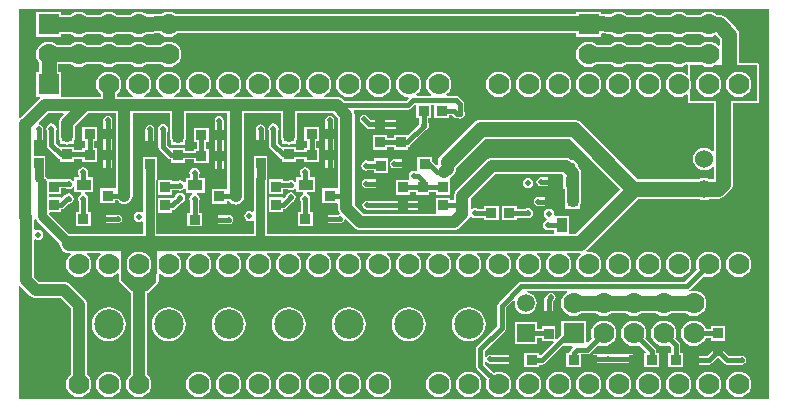
<source format=gbl>
G04 Layer_Physical_Order=4*
G04 Layer_Color=16711680*
%FSLAX25Y25*%
%MOIN*%
G70*
G01*
G75*
%ADD11R,0.03600X0.03200*%
%ADD13R,0.03200X0.03600*%
%ADD16R,0.03600X0.03600*%
%ADD17R,0.03600X0.05000*%
%ADD19C,0.05000*%
%ADD20C,0.03000*%
%ADD21C,0.01500*%
%ADD22C,0.04000*%
%ADD24C,0.02000*%
%ADD26C,0.09842*%
%ADD27R,0.05905X0.05905*%
%ADD28C,0.05905*%
%ADD29C,0.06000*%
%ADD30C,0.07000*%
%ADD31R,0.07000X0.07000*%
%ADD32C,0.02000*%
%ADD33C,0.04000*%
%ADD35R,0.03600X0.03600*%
%ADD36R,0.05000X0.03600*%
G36*
X35900Y41035D02*
X35764Y40000D01*
X35900Y38965D01*
Y34200D01*
X32700Y31000D01*
X27800D01*
X24100Y34700D01*
Y38965D01*
X24236Y40000D01*
X24100Y41035D01*
Y46600D01*
X35900D01*
Y41035D01*
D02*
G37*
G36*
X240000Y-5000D02*
X-10000D01*
Y32601D01*
X-9500Y32771D01*
X-9426Y32674D01*
X-6226Y29474D01*
X-5662Y29042D01*
X-5005Y28769D01*
X-4300Y28677D01*
X3972D01*
X7277Y25372D01*
Y3204D01*
X7005Y2995D01*
X6331Y2118D01*
X5908Y1096D01*
X5764Y0D01*
X5908Y-1096D01*
X6331Y-2118D01*
X7005Y-2995D01*
X7882Y-3669D01*
X8904Y-4092D01*
X10000Y-4236D01*
X11096Y-4092D01*
X12118Y-3669D01*
X12995Y-2995D01*
X13669Y-2118D01*
X14092Y-1096D01*
X14236Y0D01*
X14092Y1096D01*
X13669Y2118D01*
X12995Y2995D01*
X12723Y3204D01*
Y26500D01*
X12630Y27205D01*
X12359Y27862D01*
X11926Y28426D01*
X7026Y33326D01*
X6462Y33758D01*
X5805Y34031D01*
X5100Y34123D01*
X-3172D01*
X-4777Y35728D01*
Y48007D01*
X-4277Y48274D01*
X-4163Y48199D01*
X-3500Y48067D01*
X-2837Y48199D01*
X-2274Y48574D01*
X-1899Y49137D01*
X-1767Y49800D01*
X-1899Y50463D01*
X-2274Y51026D01*
X-2837Y51401D01*
X-3500Y51533D01*
X-4163Y51401D01*
X-4277Y51326D01*
X-4777Y51593D01*
Y54863D01*
X-4277Y55014D01*
X-3886Y54430D01*
X3495Y47049D01*
X3488Y47000D01*
X3598Y46165D01*
X3921Y45386D01*
X4434Y44718D01*
X5102Y44205D01*
X5881Y43882D01*
X6716Y43772D01*
X7196D01*
X7365Y43272D01*
X7005Y42996D01*
X6331Y42118D01*
X5908Y41096D01*
X5764Y40000D01*
X5908Y38904D01*
X6331Y37882D01*
X7005Y37005D01*
X7882Y36331D01*
X8904Y35908D01*
X10000Y35764D01*
X11096Y35908D01*
X12118Y36331D01*
X12995Y37005D01*
X13669Y37882D01*
X14092Y38904D01*
X14236Y40000D01*
X14092Y41096D01*
X13669Y42118D01*
X12995Y42996D01*
X12635Y43272D01*
X12804Y43772D01*
X17196D01*
X17365Y43272D01*
X17005Y42996D01*
X16331Y42118D01*
X15908Y41096D01*
X15764Y40000D01*
X15908Y38904D01*
X16331Y37882D01*
X17005Y37005D01*
X17882Y36331D01*
X18904Y35908D01*
X20000Y35764D01*
X21096Y35908D01*
X22118Y36331D01*
X22886Y36921D01*
X23386Y36758D01*
Y34700D01*
X23441Y34427D01*
X23595Y34195D01*
X27277Y30514D01*
Y3204D01*
X27005Y2995D01*
X26331Y2118D01*
X25908Y1096D01*
X25764Y0D01*
X25908Y-1096D01*
X26331Y-2118D01*
X27005Y-2995D01*
X27882Y-3669D01*
X28904Y-4092D01*
X30000Y-4236D01*
X31096Y-4092D01*
X32118Y-3669D01*
X32996Y-2995D01*
X33669Y-2118D01*
X34092Y-1096D01*
X34236Y0D01*
X34092Y1096D01*
X33669Y2118D01*
X32996Y2995D01*
X32723Y3204D01*
Y30291D01*
X32973Y30341D01*
X33205Y30495D01*
X36405Y33695D01*
X36559Y33927D01*
X36614Y34200D01*
Y36758D01*
X37114Y36921D01*
X37882Y36331D01*
X38904Y35908D01*
X40000Y35764D01*
X41096Y35908D01*
X42118Y36331D01*
X42996Y37005D01*
X43669Y37882D01*
X44092Y38904D01*
X44236Y40000D01*
X44092Y41096D01*
X43669Y42118D01*
X42996Y42996D01*
X42635Y43272D01*
X42804Y43772D01*
X47196D01*
X47365Y43272D01*
X47005Y42996D01*
X46331Y42118D01*
X45908Y41096D01*
X45764Y40000D01*
X45908Y38904D01*
X46331Y37882D01*
X47005Y37005D01*
X47882Y36331D01*
X48904Y35908D01*
X50000Y35764D01*
X51096Y35908D01*
X52118Y36331D01*
X52996Y37005D01*
X53669Y37882D01*
X54092Y38904D01*
X54236Y40000D01*
X54092Y41096D01*
X53669Y42118D01*
X52996Y42996D01*
X52635Y43272D01*
X52804Y43772D01*
X57196D01*
X57365Y43272D01*
X57004Y42996D01*
X56331Y42118D01*
X55908Y41096D01*
X55764Y40000D01*
X55908Y38904D01*
X56331Y37882D01*
X57004Y37005D01*
X57882Y36331D01*
X58904Y35908D01*
X60000Y35764D01*
X61096Y35908D01*
X62118Y36331D01*
X62995Y37005D01*
X63669Y37882D01*
X64092Y38904D01*
X64236Y40000D01*
X64092Y41096D01*
X63669Y42118D01*
X62995Y42996D01*
X62635Y43272D01*
X62804Y43772D01*
X67196D01*
X67365Y43272D01*
X67005Y42996D01*
X66331Y42118D01*
X65908Y41096D01*
X65764Y40000D01*
X65908Y38904D01*
X66331Y37882D01*
X67005Y37005D01*
X67882Y36331D01*
X68904Y35908D01*
X70000Y35764D01*
X71096Y35908D01*
X72118Y36331D01*
X72996Y37005D01*
X73669Y37882D01*
X74092Y38904D01*
X74236Y40000D01*
X74092Y41096D01*
X73669Y42118D01*
X72996Y42996D01*
X72635Y43272D01*
X72804Y43772D01*
X77196D01*
X77365Y43272D01*
X77004Y42996D01*
X76331Y42118D01*
X75908Y41096D01*
X75764Y40000D01*
X75908Y38904D01*
X76331Y37882D01*
X77004Y37005D01*
X77882Y36331D01*
X78904Y35908D01*
X80000Y35764D01*
X81096Y35908D01*
X82118Y36331D01*
X82995Y37005D01*
X83669Y37882D01*
X84092Y38904D01*
X84236Y40000D01*
X84092Y41096D01*
X83669Y42118D01*
X82995Y42996D01*
X82635Y43272D01*
X82804Y43772D01*
X87196D01*
X87365Y43272D01*
X87005Y42996D01*
X86331Y42118D01*
X85908Y41096D01*
X85764Y40000D01*
X85908Y38904D01*
X86331Y37882D01*
X87005Y37005D01*
X87882Y36331D01*
X88904Y35908D01*
X90000Y35764D01*
X91096Y35908D01*
X92118Y36331D01*
X92996Y37005D01*
X93669Y37882D01*
X94092Y38904D01*
X94236Y40000D01*
X94092Y41096D01*
X93669Y42118D01*
X92996Y42996D01*
X92635Y43272D01*
X92804Y43772D01*
X97196D01*
X97365Y43272D01*
X97004Y42996D01*
X96331Y42118D01*
X95908Y41096D01*
X95764Y40000D01*
X95908Y38904D01*
X96331Y37882D01*
X97004Y37005D01*
X97882Y36331D01*
X98904Y35908D01*
X100000Y35764D01*
X101096Y35908D01*
X102118Y36331D01*
X102996Y37005D01*
X103669Y37882D01*
X104092Y38904D01*
X104236Y40000D01*
X104092Y41096D01*
X103669Y42118D01*
X102996Y42996D01*
X102635Y43272D01*
X102804Y43772D01*
X107196D01*
X107365Y43272D01*
X107004Y42996D01*
X106331Y42118D01*
X105908Y41096D01*
X105764Y40000D01*
X105908Y38904D01*
X106331Y37882D01*
X107004Y37005D01*
X107882Y36331D01*
X108904Y35908D01*
X110000Y35764D01*
X111096Y35908D01*
X112118Y36331D01*
X112996Y37005D01*
X113669Y37882D01*
X114092Y38904D01*
X114236Y40000D01*
X114092Y41096D01*
X113669Y42118D01*
X112996Y42996D01*
X112635Y43272D01*
X112804Y43772D01*
X117196D01*
X117365Y43272D01*
X117005Y42996D01*
X116331Y42118D01*
X115908Y41096D01*
X115764Y40000D01*
X115908Y38904D01*
X116331Y37882D01*
X117005Y37005D01*
X117882Y36331D01*
X118904Y35908D01*
X120000Y35764D01*
X121096Y35908D01*
X122118Y36331D01*
X122995Y37005D01*
X123669Y37882D01*
X124092Y38904D01*
X124236Y40000D01*
X124092Y41096D01*
X123669Y42118D01*
X122995Y42996D01*
X122635Y43272D01*
X122804Y43772D01*
X127196D01*
X127365Y43272D01*
X127005Y42996D01*
X126331Y42118D01*
X125908Y41096D01*
X125764Y40000D01*
X125908Y38904D01*
X126331Y37882D01*
X127005Y37005D01*
X127882Y36331D01*
X128904Y35908D01*
X130000Y35764D01*
X131096Y35908D01*
X132118Y36331D01*
X132995Y37005D01*
X133669Y37882D01*
X134092Y38904D01*
X134236Y40000D01*
X134092Y41096D01*
X133669Y42118D01*
X132995Y42996D01*
X132635Y43272D01*
X132804Y43772D01*
X137196D01*
X137365Y43272D01*
X137004Y42996D01*
X136331Y42118D01*
X135908Y41096D01*
X135764Y40000D01*
X135908Y38904D01*
X136331Y37882D01*
X137004Y37005D01*
X137882Y36331D01*
X138904Y35908D01*
X140000Y35764D01*
X141096Y35908D01*
X142118Y36331D01*
X142996Y37005D01*
X143669Y37882D01*
X144092Y38904D01*
X144236Y40000D01*
X144092Y41096D01*
X143669Y42118D01*
X142996Y42996D01*
X142635Y43272D01*
X142804Y43772D01*
X147196D01*
X147365Y43272D01*
X147004Y42996D01*
X146331Y42118D01*
X145908Y41096D01*
X145764Y40000D01*
X145908Y38904D01*
X146331Y37882D01*
X147004Y37005D01*
X147882Y36331D01*
X148904Y35908D01*
X150000Y35764D01*
X151096Y35908D01*
X152118Y36331D01*
X152996Y37005D01*
X153669Y37882D01*
X154092Y38904D01*
X154236Y40000D01*
X154092Y41096D01*
X153669Y42118D01*
X152996Y42996D01*
X152635Y43272D01*
X152804Y43772D01*
X157196D01*
X157365Y43272D01*
X157004Y42996D01*
X156331Y42118D01*
X155908Y41096D01*
X155764Y40000D01*
X155908Y38904D01*
X156331Y37882D01*
X157004Y37005D01*
X157882Y36331D01*
X158904Y35908D01*
X160000Y35764D01*
X161096Y35908D01*
X162118Y36331D01*
X162996Y37005D01*
X163669Y37882D01*
X164092Y38904D01*
X164236Y40000D01*
X164092Y41096D01*
X163669Y42118D01*
X162996Y42996D01*
X162635Y43272D01*
X162804Y43772D01*
X167196D01*
X167365Y43272D01*
X167005Y42996D01*
X166331Y42118D01*
X165908Y41096D01*
X165764Y40000D01*
X165908Y38904D01*
X166331Y37882D01*
X167005Y37005D01*
X167882Y36331D01*
X168904Y35908D01*
X170000Y35764D01*
X171096Y35908D01*
X172118Y36331D01*
X172995Y37005D01*
X173669Y37882D01*
X174092Y38904D01*
X174236Y40000D01*
X174092Y41096D01*
X173669Y42118D01*
X172995Y42996D01*
X172635Y43272D01*
X172804Y43772D01*
X177000D01*
X177236Y43804D01*
X177434Y43325D01*
X177005Y42996D01*
X176331Y42118D01*
X175908Y41096D01*
X175764Y40000D01*
X175908Y38904D01*
X176331Y37882D01*
X177005Y37005D01*
X177882Y36331D01*
X178904Y35908D01*
X180000Y35764D01*
X181096Y35908D01*
X182118Y36331D01*
X182995Y37005D01*
X183669Y37882D01*
X184092Y38904D01*
X184236Y40000D01*
X184092Y41096D01*
X183669Y42118D01*
X182995Y42996D01*
X182118Y43669D01*
X181096Y44092D01*
X180000Y44236D01*
X179368Y44153D01*
X179169Y44631D01*
X179282Y44718D01*
X196437Y61872D01*
X216628D01*
X216634Y61868D01*
X217534Y61495D01*
X218500Y61368D01*
X219466Y61495D01*
X220366Y61868D01*
X220372Y61872D01*
X223100D01*
X223935Y61982D01*
X224714Y62305D01*
X225382Y62818D01*
X227182Y64618D01*
X227695Y65286D01*
X228018Y66065D01*
X228128Y66900D01*
Y93686D01*
X236100D01*
X236373Y93741D01*
X236605Y93895D01*
X236759Y94127D01*
X236814Y94400D01*
Y106300D01*
X236759Y106573D01*
X236605Y106805D01*
X236373Y106959D01*
X236100Y107014D01*
X230061D01*
Y116467D01*
X229951Y117302D01*
X229628Y118081D01*
X229115Y118749D01*
X225582Y122282D01*
X224914Y122795D01*
X224135Y123118D01*
X223300Y123228D01*
X222693D01*
X222118Y123669D01*
X221096Y124092D01*
X220000Y124236D01*
X218904Y124092D01*
X217882Y123669D01*
X217307Y123228D01*
X212693D01*
X212118Y123669D01*
X211096Y124092D01*
X210000Y124236D01*
X208904Y124092D01*
X207882Y123669D01*
X207307Y123228D01*
X202693D01*
X202118Y123669D01*
X201096Y124092D01*
X200000Y124236D01*
X198904Y124092D01*
X197882Y123669D01*
X197307Y123228D01*
X192693D01*
X192118Y123669D01*
X191096Y124092D01*
X190000Y124236D01*
X188904Y124092D01*
X187882Y123669D01*
X187409Y123306D01*
X184200Y123401D01*
Y124200D01*
X175800D01*
Y123528D01*
X42302D01*
X42118Y123669D01*
X41096Y124092D01*
X40000Y124236D01*
X38904Y124092D01*
X37882Y123669D01*
X37609Y123460D01*
X32589Y123308D01*
X32118Y123669D01*
X31096Y124092D01*
X30000Y124236D01*
X28904Y124092D01*
X27882Y123669D01*
X27307Y123228D01*
X22693D01*
X22118Y123669D01*
X21096Y124092D01*
X20000Y124236D01*
X18904Y124092D01*
X17882Y123669D01*
X17307Y123228D01*
X12693D01*
X12118Y123669D01*
X11096Y124092D01*
X10000Y124236D01*
X8904Y124092D01*
X7882Y123669D01*
X7307Y123228D01*
X4200D01*
Y124200D01*
X-4200D01*
Y115800D01*
X4200D01*
Y116772D01*
X7307D01*
X7882Y116331D01*
X8904Y115908D01*
X10000Y115764D01*
X11096Y115908D01*
X12118Y116331D01*
X12693Y116772D01*
X17307D01*
X17882Y116331D01*
X18904Y115908D01*
X20000Y115764D01*
X21096Y115908D01*
X22118Y116331D01*
X22693Y116772D01*
X27307D01*
X27882Y116331D01*
X28904Y115908D01*
X30000Y115764D01*
X31096Y115908D01*
X32118Y116331D01*
X32802Y116856D01*
X37031Y116984D01*
X37882Y116331D01*
X38904Y115908D01*
X40000Y115764D01*
X41096Y115908D01*
X42118Y116331D01*
X42996Y117005D01*
X43047Y117072D01*
X175800D01*
Y115800D01*
X184200D01*
Y116584D01*
X184559Y116933D01*
X187200Y116854D01*
X187882Y116331D01*
X188904Y115908D01*
X190000Y115764D01*
X191096Y115908D01*
X192118Y116331D01*
X192693Y116772D01*
X197307D01*
X197882Y116331D01*
X198904Y115908D01*
X200000Y115764D01*
X201096Y115908D01*
X202118Y116331D01*
X202693Y116772D01*
X207307D01*
X207882Y116331D01*
X208904Y115908D01*
X210000Y115764D01*
X211096Y115908D01*
X212118Y116331D01*
X212693Y116772D01*
X217307D01*
X217882Y116331D01*
X218904Y115908D01*
X220000Y115764D01*
X221096Y115908D01*
X222118Y116331D01*
X222280Y116455D01*
X223605Y115130D01*
Y112978D01*
X223132Y112818D01*
X222995Y112996D01*
X222118Y113669D01*
X221096Y114092D01*
X220000Y114236D01*
X218904Y114092D01*
X217882Y113669D01*
X217307Y113228D01*
X212693D01*
X212118Y113669D01*
X211096Y114092D01*
X210000Y114236D01*
X208904Y114092D01*
X207882Y113669D01*
X207307Y113228D01*
X202693D01*
X202118Y113669D01*
X201096Y114092D01*
X200000Y114236D01*
X198904Y114092D01*
X197882Y113669D01*
X197307Y113228D01*
X192693D01*
X192118Y113669D01*
X191096Y114092D01*
X190000Y114236D01*
X188904Y114092D01*
X187882Y113669D01*
X187307Y113228D01*
X182693D01*
X182118Y113669D01*
X181096Y114092D01*
X180000Y114236D01*
X178904Y114092D01*
X177882Y113669D01*
X177005Y112996D01*
X176331Y112118D01*
X175908Y111096D01*
X175764Y110000D01*
X175908Y108904D01*
X176331Y107882D01*
X177005Y107004D01*
X177882Y106331D01*
X178904Y105908D01*
X180000Y105764D01*
X181096Y105908D01*
X182118Y106331D01*
X182693Y106772D01*
X187307D01*
X187882Y106331D01*
X188904Y105908D01*
X190000Y105764D01*
X191096Y105908D01*
X192118Y106331D01*
X192693Y106772D01*
X197307D01*
X197882Y106331D01*
X198904Y105908D01*
X200000Y105764D01*
X201096Y105908D01*
X202118Y106331D01*
X202693Y106772D01*
X207307D01*
X207882Y106331D01*
X208904Y105908D01*
X210000Y105764D01*
X211096Y105908D01*
X212118Y106331D01*
X212693Y106772D01*
X212818D01*
X213186Y106300D01*
Y103479D01*
X212686Y103233D01*
X212118Y103669D01*
X211096Y104092D01*
X210000Y104236D01*
X208904Y104092D01*
X207882Y103669D01*
X207004Y102996D01*
X206331Y102118D01*
X205908Y101096D01*
X205764Y100000D01*
X205908Y98904D01*
X206331Y97882D01*
X207004Y97004D01*
X207882Y96331D01*
X208904Y95908D01*
X210000Y95764D01*
X211096Y95908D01*
X212118Y96331D01*
X212686Y96767D01*
X213186Y96521D01*
Y94400D01*
X213241Y94127D01*
X213395Y93895D01*
X213627Y93741D01*
X213900Y93686D01*
X221672D01*
Y77821D01*
X221199Y77661D01*
X221139Y77739D01*
X220366Y78332D01*
X219466Y78705D01*
X218500Y78832D01*
X217534Y78705D01*
X216634Y78332D01*
X215861Y77739D01*
X215268Y76966D01*
X214895Y76066D01*
X214768Y75100D01*
X214895Y74134D01*
X215268Y73234D01*
X215861Y72461D01*
X216634Y71868D01*
X217534Y71495D01*
X218500Y71368D01*
X219466Y71495D01*
X220366Y71868D01*
X221139Y72461D01*
X221199Y72539D01*
X221672Y72379D01*
Y68328D01*
X220372D01*
X220366Y68332D01*
X219466Y68705D01*
X218500Y68832D01*
X217534Y68705D01*
X216634Y68332D01*
X216628Y68328D01*
X196237D01*
X177282Y87282D01*
X176614Y87795D01*
X175835Y88118D01*
X175000Y88228D01*
X144000D01*
X143165Y88118D01*
X142386Y87795D01*
X141718Y87282D01*
X130718Y76282D01*
X130205Y75614D01*
X129882Y74835D01*
X129772Y74000D01*
X129869Y73266D01*
X129768Y73032D01*
X129745Y73006D01*
X129109Y72982D01*
X127800Y74291D01*
Y75800D01*
X122800D01*
Y71378D01*
X122680Y71244D01*
X122375Y71019D01*
X121800Y71133D01*
X121137Y71001D01*
X120574Y70626D01*
X120199Y70063D01*
X120067Y69400D01*
X120199Y68737D01*
X120223Y68700D01*
X119956Y68200D01*
X115700D01*
Y63200D01*
X120300D01*
Y64222D01*
X122300D01*
Y63200D01*
X126900D01*
Y64222D01*
X129100D01*
Y63200D01*
X133700D01*
Y68200D01*
X133700Y68200D01*
X133700D01*
X133653Y68680D01*
X133651Y68700D01*
X134926Y69974D01*
X135358Y70538D01*
X135631Y71195D01*
X135723Y71900D01*
Y72159D01*
X145337Y81772D01*
X173663D01*
X190436Y65000D01*
X175663Y50228D01*
X173500D01*
Y56200D01*
X168944D01*
X168533Y56700D01*
X168401Y57363D01*
X168026Y57926D01*
X167463Y58301D01*
X166800Y58433D01*
X166137Y58301D01*
X165574Y57926D01*
X165199Y57363D01*
X165067Y56700D01*
X165199Y56037D01*
X165574Y55474D01*
X166031Y55170D01*
X166007Y54732D01*
X165978Y54649D01*
X165737Y54601D01*
X165174Y54226D01*
X164799Y53663D01*
X164667Y53000D01*
X164799Y52337D01*
X165174Y51774D01*
X165737Y51399D01*
X166400Y51267D01*
X167063Y51399D01*
X167247Y51522D01*
X168500D01*
Y50228D01*
X72743D01*
Y68097D01*
X72843Y68600D01*
Y71100D01*
X72900D01*
Y76100D01*
X68300D01*
Y71100D01*
X68357D01*
Y69003D01*
X68257Y68500D01*
Y57739D01*
X67757Y57472D01*
X67563Y57601D01*
X66900Y57733D01*
X66237Y57601D01*
X65674Y57226D01*
X65299Y56663D01*
X65167Y56000D01*
X65299Y55337D01*
X65674Y54774D01*
X66237Y54399D01*
X66900Y54267D01*
X67563Y54399D01*
X67757Y54528D01*
X68257Y54261D01*
Y50228D01*
X35843D01*
Y67897D01*
X35943Y68400D01*
Y70900D01*
X36000D01*
Y75900D01*
X31400D01*
Y70900D01*
X31457D01*
Y68803D01*
X31357Y68300D01*
Y57539D01*
X30857Y57272D01*
X30663Y57401D01*
X30000Y57533D01*
X29337Y57401D01*
X28774Y57026D01*
X28399Y56463D01*
X28267Y55800D01*
X28399Y55137D01*
X28774Y54574D01*
X29337Y54199D01*
X30000Y54067D01*
X30663Y54199D01*
X30857Y54328D01*
X31357Y54061D01*
Y50228D01*
X6716D01*
X6667Y50221D01*
X88Y56800D01*
X293Y57300D01*
X4000D01*
Y58322D01*
X4100D01*
X4666Y58434D01*
X5145Y58755D01*
X6565Y60174D01*
X6600Y60167D01*
X7263Y60299D01*
X7826Y60674D01*
X8201Y61237D01*
X8333Y61900D01*
X8201Y62563D01*
X7826Y63126D01*
X7263Y63501D01*
X6600Y63633D01*
X5937Y63501D01*
X5374Y63126D01*
X5334Y63065D01*
X5155Y62945D01*
X4360Y62151D01*
X4000Y62300D01*
Y62300D01*
X-57D01*
Y63300D01*
X4000D01*
Y65322D01*
X5753D01*
X5937Y65199D01*
X6600Y65067D01*
X7263Y65199D01*
X7826Y65574D01*
X8000Y65835D01*
X8500Y65684D01*
Y64000D01*
X10781D01*
X10837Y63501D01*
X10274Y63126D01*
X9899Y62563D01*
X9767Y61900D01*
X9899Y61237D01*
X10022Y61053D01*
Y57400D01*
X9000D01*
Y52800D01*
X14000D01*
Y57400D01*
X12978D01*
Y61053D01*
X13101Y61237D01*
X13233Y61900D01*
X13101Y62563D01*
X12726Y63126D01*
X12163Y63501D01*
X12219Y64000D01*
X14900D01*
Y69000D01*
X12978D01*
Y69753D01*
X13101Y69937D01*
X13233Y70600D01*
X13101Y71263D01*
X12726Y71826D01*
X12163Y72201D01*
X11500Y72333D01*
X10837Y72201D01*
X10274Y71826D01*
X9899Y71263D01*
X9767Y70600D01*
X9899Y69937D01*
X10022Y69753D01*
Y69000D01*
X8500D01*
Y67916D01*
X8000Y67765D01*
X7826Y68026D01*
X7263Y68401D01*
X6600Y68533D01*
X5937Y68401D01*
X5753Y68278D01*
X4000D01*
Y68300D01*
X-322D01*
X-714Y68886D01*
X-1157Y69182D01*
Y71100D01*
X-1100D01*
Y76100D01*
X-5077D01*
Y78600D01*
X-4577Y78751D01*
X-4445Y78555D01*
X-3966Y78234D01*
X-3400Y78122D01*
X-2834Y78234D01*
X-2355Y78555D01*
X-2034Y79034D01*
X-1922Y79600D01*
Y85200D01*
X-2034Y85766D01*
X-2355Y86245D01*
X-2834Y86566D01*
X-3202Y86639D01*
X-3399Y87150D01*
X-272Y90277D01*
X4772D01*
X4963Y89815D01*
X4074Y88926D01*
X3642Y88362D01*
X3370Y87705D01*
X3277Y87000D01*
Y82600D01*
X3370Y81895D01*
X3642Y81238D01*
X3700Y81162D01*
Y80100D01*
X4980D01*
X5295Y79970D01*
X6000Y79877D01*
X6705Y79970D01*
X7020Y80100D01*
X8300D01*
Y81162D01*
X8359Y81238D01*
X8630Y81895D01*
X8723Y82600D01*
Y85872D01*
X13128Y90277D01*
X22477D01*
Y65685D01*
X22200Y65300D01*
X17200D01*
Y60300D01*
X22200D01*
Y61322D01*
X22931D01*
X23274Y60874D01*
X23838Y60441D01*
X24495Y60170D01*
X25200Y60077D01*
X25905Y60170D01*
X26562Y60441D01*
X27126Y60874D01*
X27558Y61438D01*
X27830Y62095D01*
X27923Y62800D01*
Y90277D01*
X40377D01*
Y82400D01*
X40470Y81695D01*
X40742Y81038D01*
X40800Y80962D01*
Y79900D01*
X42080D01*
X42395Y79769D01*
X43100Y79677D01*
X43805Y79769D01*
X44120Y79900D01*
X45400D01*
Y80962D01*
X45458Y81038D01*
X45731Y81695D01*
X45823Y82400D01*
Y90277D01*
X59577D01*
Y65485D01*
X59300Y65100D01*
X54300D01*
Y60100D01*
X59300D01*
Y61122D01*
X60031D01*
X60374Y60674D01*
X60938Y60242D01*
X61595Y59970D01*
X62300Y59877D01*
X63005Y59970D01*
X63662Y60242D01*
X64226Y60674D01*
X64658Y61238D01*
X64930Y61895D01*
X65023Y62600D01*
Y90277D01*
X77277D01*
Y82600D01*
X77369Y81895D01*
X77641Y81238D01*
X77700Y81162D01*
Y80100D01*
X78980D01*
X79295Y79970D01*
X80000Y79877D01*
X80705Y79970D01*
X81020Y80100D01*
X82300D01*
Y81162D01*
X82358Y81238D01*
X82630Y81895D01*
X82723Y82600D01*
Y90277D01*
X94872D01*
X96477Y88672D01*
Y65685D01*
X96200Y65300D01*
X91200D01*
Y60300D01*
X96200D01*
X96477Y59915D01*
Y58700D01*
X96570Y57995D01*
X96842Y57338D01*
X97055Y57060D01*
X97053Y57040D01*
X96794Y56578D01*
X91500D01*
X90934Y56466D01*
X90455Y56145D01*
X90134Y55666D01*
X90022Y55100D01*
X90134Y54534D01*
X90455Y54055D01*
X90934Y53734D01*
X91500Y53622D01*
X97000D01*
X97566Y53734D01*
X98045Y54055D01*
X98366Y54534D01*
X98439Y54902D01*
X98950Y55099D01*
X101974Y52074D01*
X102538Y51641D01*
X103195Y51370D01*
X103900Y51277D01*
X135000D01*
X135705Y51370D01*
X136362Y51641D01*
X136926Y52074D01*
X139826Y54974D01*
X140258Y55538D01*
X140363Y55790D01*
X140927Y55845D01*
X140974Y55774D01*
X141537Y55399D01*
X142200Y55267D01*
X142863Y55399D01*
X143047Y55522D01*
X145000D01*
Y54700D01*
X150000D01*
Y59300D01*
X145000D01*
Y58478D01*
X143047D01*
X142863Y58601D01*
X142200Y58733D01*
X141537Y58601D01*
X141123Y58325D01*
X140623Y58532D01*
Y61772D01*
X148828Y69977D01*
X171172D01*
X171500Y69649D01*
Y65200D01*
X171977D01*
Y61000D01*
X172070Y60295D01*
X172200Y59980D01*
Y58500D01*
X173680D01*
X173995Y58369D01*
X174700Y58277D01*
X175405Y58369D01*
X175720Y58500D01*
X177200D01*
Y59980D01*
X177331Y60295D01*
X177423Y61000D01*
Y70300D01*
X177331Y71005D01*
X177058Y71662D01*
X176626Y72226D01*
X176589Y72263D01*
X176531Y72705D01*
X176258Y73362D01*
X175826Y73926D01*
X175262Y74358D01*
X174605Y74630D01*
X174139Y74692D01*
X173662Y75059D01*
X173005Y75331D01*
X172300Y75423D01*
X147700D01*
X146995Y75331D01*
X146338Y75059D01*
X145774Y74626D01*
X135974Y64826D01*
X135542Y64262D01*
X135269Y63605D01*
X135177Y62900D01*
Y61278D01*
X133700D01*
Y62200D01*
X129100D01*
Y57200D01*
X129100D01*
X129044Y56723D01*
X105028D01*
X101923Y59828D01*
Y62800D01*
Y89800D01*
X101830Y90505D01*
X101617Y91022D01*
X101852Y91522D01*
X119800D01*
X120366Y91634D01*
X120845Y91955D01*
X122000Y93109D01*
X122500Y92950D01*
Y88800D01*
X123522D01*
Y87147D01*
X123399Y86963D01*
X123331Y86621D01*
X120077Y83368D01*
X119700Y83100D01*
Y83100D01*
X119700Y83100D01*
X115100D01*
Y82078D01*
X112800D01*
Y83100D01*
X108200D01*
Y78100D01*
X112800D01*
Y79122D01*
X115100D01*
Y78100D01*
X119700D01*
Y79181D01*
X119966Y79234D01*
X120445Y79555D01*
X125571Y84680D01*
X125663Y84699D01*
X126226Y85074D01*
X126601Y85637D01*
X126733Y86300D01*
X126601Y86963D01*
X126478Y87147D01*
Y88800D01*
X127500D01*
Y93222D01*
X128500D01*
Y88800D01*
X133500D01*
Y89622D01*
X134488D01*
X134955Y89155D01*
X135434Y88834D01*
X136000Y88722D01*
X136153D01*
X136337Y88599D01*
X137000Y88467D01*
X137663Y88599D01*
X138226Y88974D01*
X138601Y89537D01*
X138733Y90200D01*
X138601Y90863D01*
X138478Y91047D01*
Y93400D01*
X138366Y93966D01*
X138045Y94445D01*
X136745Y95745D01*
X136266Y96066D01*
X135700Y96178D01*
X132740D01*
X132571Y96678D01*
X132995Y97004D01*
X133669Y97882D01*
X134092Y98904D01*
X134236Y100000D01*
X134092Y101096D01*
X133669Y102118D01*
X132995Y102996D01*
X132118Y103669D01*
X131096Y104092D01*
X130000Y104236D01*
X128904Y104092D01*
X127882Y103669D01*
X127005Y102996D01*
X126331Y102118D01*
X125908Y101096D01*
X125764Y100000D01*
X125908Y98904D01*
X126331Y97882D01*
X127005Y97004D01*
X127429Y96678D01*
X127260Y96178D01*
X122740D01*
X122571Y96678D01*
X122995Y97004D01*
X123669Y97882D01*
X124092Y98904D01*
X124236Y100000D01*
X124092Y101096D01*
X123669Y102118D01*
X122995Y102996D01*
X122118Y103669D01*
X121096Y104092D01*
X120000Y104236D01*
X118904Y104092D01*
X117882Y103669D01*
X117005Y102996D01*
X116331Y102118D01*
X115908Y101096D01*
X115764Y100000D01*
X115908Y98904D01*
X116331Y97882D01*
X117005Y97004D01*
X117882Y96331D01*
X118904Y95908D01*
X119793Y95791D01*
X119993Y95284D01*
X119188Y94478D01*
X98373D01*
X97926Y94926D01*
X97362Y95359D01*
X96705Y95631D01*
X96000Y95723D01*
X91957D01*
X91857Y96223D01*
X92118Y96331D01*
X92996Y97004D01*
X93669Y97882D01*
X94092Y98904D01*
X94236Y100000D01*
X94092Y101096D01*
X93669Y102118D01*
X92996Y102996D01*
X92118Y103669D01*
X91096Y104092D01*
X90000Y104236D01*
X88904Y104092D01*
X87882Y103669D01*
X87005Y102996D01*
X86331Y102118D01*
X85908Y101096D01*
X85764Y100000D01*
X85908Y98904D01*
X86331Y97882D01*
X87005Y97004D01*
X87882Y96331D01*
X88143Y96223D01*
X88043Y95723D01*
X81957D01*
X81857Y96223D01*
X82118Y96331D01*
X82995Y97004D01*
X83669Y97882D01*
X84092Y98904D01*
X84236Y100000D01*
X84092Y101096D01*
X83669Y102118D01*
X82995Y102996D01*
X82118Y103669D01*
X81096Y104092D01*
X80000Y104236D01*
X78904Y104092D01*
X77882Y103669D01*
X77004Y102996D01*
X76331Y102118D01*
X75908Y101096D01*
X75764Y100000D01*
X75908Y98904D01*
X76331Y97882D01*
X77004Y97004D01*
X77882Y96331D01*
X78143Y96223D01*
X78043Y95723D01*
X71957D01*
X71857Y96223D01*
X72118Y96331D01*
X72996Y97004D01*
X73669Y97882D01*
X74092Y98904D01*
X74236Y100000D01*
X74092Y101096D01*
X73669Y102118D01*
X72996Y102996D01*
X72118Y103669D01*
X71096Y104092D01*
X70000Y104236D01*
X68904Y104092D01*
X67882Y103669D01*
X67005Y102996D01*
X66331Y102118D01*
X65908Y101096D01*
X65764Y100000D01*
X65908Y98904D01*
X66331Y97882D01*
X67005Y97004D01*
X67882Y96331D01*
X68143Y96223D01*
X68043Y95723D01*
X61957D01*
X61857Y96223D01*
X62118Y96331D01*
X62995Y97004D01*
X63669Y97882D01*
X64092Y98904D01*
X64236Y100000D01*
X64092Y101096D01*
X63669Y102118D01*
X62995Y102996D01*
X62118Y103669D01*
X61096Y104092D01*
X60000Y104236D01*
X58904Y104092D01*
X57882Y103669D01*
X57004Y102996D01*
X56331Y102118D01*
X55908Y101096D01*
X55764Y100000D01*
X55908Y98904D01*
X56331Y97882D01*
X57004Y97004D01*
X57882Y96331D01*
X58143Y96223D01*
X58043Y95723D01*
X51957D01*
X51857Y96223D01*
X52118Y96331D01*
X52996Y97004D01*
X53669Y97882D01*
X54092Y98904D01*
X54236Y100000D01*
X54092Y101096D01*
X53669Y102118D01*
X52996Y102996D01*
X52118Y103669D01*
X51096Y104092D01*
X50000Y104236D01*
X48904Y104092D01*
X47882Y103669D01*
X47005Y102996D01*
X46331Y102118D01*
X45908Y101096D01*
X45764Y100000D01*
X45908Y98904D01*
X46331Y97882D01*
X47005Y97004D01*
X47882Y96331D01*
X48143Y96223D01*
X48043Y95723D01*
X41957D01*
X41857Y96223D01*
X42118Y96331D01*
X42996Y97004D01*
X43669Y97882D01*
X44092Y98904D01*
X44236Y100000D01*
X44092Y101096D01*
X43669Y102118D01*
X42996Y102996D01*
X42118Y103669D01*
X41096Y104092D01*
X40000Y104236D01*
X38904Y104092D01*
X37882Y103669D01*
X37005Y102996D01*
X36331Y102118D01*
X35908Y101096D01*
X35764Y100000D01*
X35908Y98904D01*
X36331Y97882D01*
X37005Y97004D01*
X37882Y96331D01*
X38143Y96223D01*
X38043Y95723D01*
X31957D01*
X31857Y96223D01*
X32118Y96331D01*
X32996Y97004D01*
X33669Y97882D01*
X34092Y98904D01*
X34236Y100000D01*
X34092Y101096D01*
X33669Y102118D01*
X32996Y102996D01*
X32118Y103669D01*
X31096Y104092D01*
X30000Y104236D01*
X28904Y104092D01*
X27882Y103669D01*
X27005Y102996D01*
X26331Y102118D01*
X25908Y101096D01*
X25764Y100000D01*
X25908Y98904D01*
X26331Y97882D01*
X27005Y97004D01*
X27882Y96331D01*
X28143Y96223D01*
X28043Y95723D01*
X22723D01*
Y96796D01*
X22996Y97004D01*
X23669Y97882D01*
X24092Y98904D01*
X24236Y100000D01*
X24092Y101096D01*
X23669Y102118D01*
X22996Y102996D01*
X22118Y103669D01*
X21096Y104092D01*
X20000Y104236D01*
X18904Y104092D01*
X17882Y103669D01*
X17005Y102996D01*
X16331Y102118D01*
X15908Y101096D01*
X15764Y100000D01*
X15908Y98904D01*
X16331Y97882D01*
X17005Y97004D01*
X17277Y96796D01*
Y95723D01*
X4668D01*
X4200Y95800D01*
X4200Y96223D01*
Y104200D01*
X3228D01*
Y106772D01*
X7307D01*
X7882Y106331D01*
X8904Y105908D01*
X10000Y105764D01*
X11096Y105908D01*
X12118Y106331D01*
X12693Y106772D01*
X17307D01*
X17882Y106331D01*
X18904Y105908D01*
X20000Y105764D01*
X21096Y105908D01*
X22118Y106331D01*
X22693Y106772D01*
X27307D01*
X27882Y106331D01*
X28904Y105908D01*
X30000Y105764D01*
X31096Y105908D01*
X32118Y106331D01*
X32693Y106772D01*
X37307D01*
X37882Y106331D01*
X38904Y105908D01*
X40000Y105764D01*
X41096Y105908D01*
X42118Y106331D01*
X42996Y107004D01*
X43669Y107882D01*
X44092Y108904D01*
X44236Y110000D01*
X44092Y111096D01*
X43669Y112118D01*
X42996Y112996D01*
X42118Y113669D01*
X41096Y114092D01*
X40000Y114236D01*
X38904Y114092D01*
X37882Y113669D01*
X37307Y113228D01*
X32693D01*
X32118Y113669D01*
X31096Y114092D01*
X30000Y114236D01*
X28904Y114092D01*
X27882Y113669D01*
X27307Y113228D01*
X22693D01*
X22118Y113669D01*
X21096Y114092D01*
X20000Y114236D01*
X18904Y114092D01*
X17882Y113669D01*
X17307Y113228D01*
X12693D01*
X12118Y113669D01*
X11096Y114092D01*
X10000Y114236D01*
X8904Y114092D01*
X7882Y113669D01*
X7307Y113228D01*
X2693D01*
X2118Y113669D01*
X1096Y114092D01*
X0Y114236D01*
X-1096Y114092D01*
X-2118Y113669D01*
X-2995Y112996D01*
X-3669Y112118D01*
X-4092Y111096D01*
X-4236Y110000D01*
X-4092Y108904D01*
X-3669Y107882D01*
X-3228Y107307D01*
Y104200D01*
X-4200D01*
Y95800D01*
X-2973D01*
X-2873Y95591D01*
X-2838Y95300D01*
X-3326Y94926D01*
X-9044Y89207D01*
X-9162Y89158D01*
X-9500Y88899D01*
X-10000Y89145D01*
Y125000D01*
X240000D01*
Y-5000D01*
D02*
G37*
G36*
X236100Y94400D02*
X213900D01*
Y98440D01*
X214092Y98904D01*
X214236Y100000D01*
X214092Y101096D01*
X213900Y101560D01*
Y106300D01*
X217957D01*
X218904Y105908D01*
X220000Y105764D01*
X221096Y105908D01*
X222042Y106300D01*
X236100D01*
Y94400D01*
D02*
G37*
%LPC*%
G36*
X30000Y44236D02*
X28904Y44092D01*
X27882Y43669D01*
X27005Y42996D01*
X26331Y42118D01*
X25908Y41096D01*
X25764Y40000D01*
X25908Y38904D01*
X26331Y37882D01*
X27005Y37005D01*
X27882Y36331D01*
X28904Y35908D01*
X30000Y35764D01*
X31096Y35908D01*
X32118Y36331D01*
X32996Y37005D01*
X33669Y37882D01*
X34092Y38904D01*
X34236Y40000D01*
X34092Y41096D01*
X33669Y42118D01*
X32996Y42996D01*
X32118Y43669D01*
X31096Y44092D01*
X30000Y44236D01*
D02*
G37*
G36*
X40000Y25670D02*
X38533Y25477D01*
X37165Y24910D01*
X35991Y24009D01*
X35090Y22835D01*
X34523Y21467D01*
X34330Y20000D01*
X34523Y18533D01*
X35090Y17165D01*
X35991Y15991D01*
X37165Y15090D01*
X38533Y14523D01*
X40000Y14330D01*
X41467Y14523D01*
X42835Y15090D01*
X44009Y15991D01*
X44910Y17165D01*
X45477Y18533D01*
X45670Y20000D01*
X45477Y21467D01*
X44910Y22835D01*
X44009Y24009D01*
X42835Y24910D01*
X41467Y25477D01*
X40000Y25670D01*
D02*
G37*
G36*
X60000D02*
X58533Y25477D01*
X57165Y24910D01*
X55991Y24009D01*
X55090Y22835D01*
X54523Y21467D01*
X54330Y20000D01*
X54523Y18533D01*
X55090Y17165D01*
X55991Y15991D01*
X57165Y15090D01*
X58533Y14523D01*
X60000Y14330D01*
X61467Y14523D01*
X62835Y15090D01*
X64009Y15991D01*
X64910Y17165D01*
X65477Y18533D01*
X65670Y20000D01*
X65477Y21467D01*
X64910Y22835D01*
X64009Y24009D01*
X62835Y24910D01*
X61467Y25477D01*
X60000Y25670D01*
D02*
G37*
G36*
X80000D02*
X78533Y25477D01*
X77165Y24910D01*
X75991Y24009D01*
X75090Y22835D01*
X74523Y21467D01*
X74330Y20000D01*
X74523Y18533D01*
X75090Y17165D01*
X75991Y15991D01*
X77165Y15090D01*
X78533Y14523D01*
X80000Y14330D01*
X81467Y14523D01*
X82835Y15090D01*
X84009Y15991D01*
X84910Y17165D01*
X85477Y18533D01*
X85670Y20000D01*
X85477Y21467D01*
X84910Y22835D01*
X84009Y24009D01*
X82835Y24910D01*
X81467Y25477D01*
X80000Y25670D01*
D02*
G37*
G36*
X20000D02*
X18533Y25477D01*
X17165Y24910D01*
X15991Y24009D01*
X15090Y22835D01*
X14523Y21467D01*
X14330Y20000D01*
X14523Y18533D01*
X15090Y17165D01*
X15991Y15991D01*
X17165Y15090D01*
X18533Y14523D01*
X20000Y14330D01*
X21467Y14523D01*
X22835Y15090D01*
X24009Y15991D01*
X24910Y17165D01*
X25477Y18533D01*
X25670Y20000D01*
X25477Y21467D01*
X24910Y22835D01*
X24009Y24009D01*
X22835Y24910D01*
X21467Y25477D01*
X20000Y25670D01*
D02*
G37*
G36*
X194500Y9978D02*
X181500D01*
X180934Y9866D01*
X180455Y9545D01*
X179955Y9045D01*
X179634Y8566D01*
X179522Y8000D01*
X179634Y7434D01*
X179955Y6955D01*
X180434Y6634D01*
X181000Y6522D01*
X181566Y6634D01*
X182045Y6955D01*
X182112Y7022D01*
X193888D01*
X193955Y6955D01*
X194434Y6634D01*
X195000Y6522D01*
X195566Y6634D01*
X196045Y6955D01*
X196366Y7434D01*
X196478Y8000D01*
X196366Y8566D01*
X196045Y9045D01*
X195545Y9545D01*
X195066Y9866D01*
X194500Y9978D01*
D02*
G37*
G36*
X205000Y21236D02*
X203904Y21092D01*
X202882Y20669D01*
X202005Y19996D01*
X201331Y19118D01*
X200908Y18096D01*
X200764Y17000D01*
X200908Y15904D01*
X201331Y14882D01*
X202005Y14005D01*
X202882Y13331D01*
X203904Y12908D01*
X205000Y12764D01*
X206096Y12908D01*
X206736Y13173D01*
X207522Y12388D01*
Y10300D01*
X206500D01*
Y5700D01*
X211500D01*
Y10300D01*
X210478D01*
Y13000D01*
X210366Y13566D01*
X210045Y14045D01*
X208827Y15264D01*
X209092Y15904D01*
X209236Y17000D01*
X209092Y18096D01*
X208669Y19118D01*
X207996Y19996D01*
X207118Y20669D01*
X206096Y21092D01*
X205000Y21236D01*
D02*
G37*
G36*
X185000D02*
X183904Y21092D01*
X182882Y20669D01*
X182004Y19996D01*
X181331Y19118D01*
X180908Y18096D01*
X180764Y17000D01*
X180908Y15904D01*
X181173Y15264D01*
X179662Y13753D01*
X179200Y13944D01*
Y21200D01*
X170800D01*
Y16391D01*
X169362Y14953D01*
X168900Y15144D01*
Y19400D01*
X164300D01*
Y18478D01*
X162653D01*
Y20653D01*
X155347D01*
Y13347D01*
X162653D01*
Y15522D01*
X164300D01*
Y14400D01*
X168156D01*
X168347Y13938D01*
X164000Y9591D01*
X163500Y9750D01*
Y10300D01*
X158500D01*
Y5700D01*
X163500D01*
Y6522D01*
X164500D01*
X165066Y6634D01*
X165545Y6955D01*
X171391Y12800D01*
X174502D01*
X174709Y12300D01*
X173955Y11545D01*
X173634Y11066D01*
X173522Y10500D01*
Y10300D01*
X172500D01*
Y5700D01*
X177500D01*
Y10022D01*
X179500D01*
X180066Y10134D01*
X180545Y10455D01*
X183264Y13173D01*
X183904Y12908D01*
X185000Y12764D01*
X186096Y12908D01*
X187118Y13331D01*
X187996Y14005D01*
X188669Y14882D01*
X189092Y15904D01*
X189236Y17000D01*
X189092Y18096D01*
X188669Y19118D01*
X187996Y19996D01*
X187118Y20669D01*
X186096Y21092D01*
X185000Y21236D01*
D02*
G37*
G36*
X223000Y12478D02*
X222434Y12366D01*
X221955Y12045D01*
X219388Y9478D01*
X215000D01*
X214434Y9366D01*
X213955Y9045D01*
X213634Y8566D01*
X213522Y8000D01*
X213634Y7434D01*
X213955Y6955D01*
X214434Y6634D01*
X215000Y6522D01*
X220000D01*
X220566Y6634D01*
X221045Y6955D01*
X223000Y8909D01*
X224955Y6955D01*
X225434Y6634D01*
X226000Y6522D01*
X231000D01*
X231566Y6634D01*
X232045Y6955D01*
X232366Y7434D01*
X232478Y8000D01*
X232366Y8566D01*
X232045Y9045D01*
X231566Y9366D01*
X231000Y9478D01*
X226612D01*
X224045Y12045D01*
X223566Y12366D01*
X223000Y12478D01*
D02*
G37*
G36*
X200000Y44236D02*
X198904Y44092D01*
X197882Y43669D01*
X197004Y42996D01*
X196331Y42118D01*
X195908Y41096D01*
X195764Y40000D01*
X195908Y38904D01*
X196331Y37882D01*
X197004Y37005D01*
X197882Y36331D01*
X198904Y35908D01*
X200000Y35764D01*
X201096Y35908D01*
X202118Y36331D01*
X202995Y37005D01*
X203669Y37882D01*
X204092Y38904D01*
X204236Y40000D01*
X204092Y41096D01*
X203669Y42118D01*
X202995Y42996D01*
X202118Y43669D01*
X201096Y44092D01*
X200000Y44236D01*
D02*
G37*
G36*
X167500Y30478D02*
X166934Y30366D01*
X166455Y30045D01*
X165555Y29145D01*
X165234Y28666D01*
X165122Y28100D01*
Y22900D01*
X165234Y22334D01*
X165555Y21855D01*
X166034Y21534D01*
X166600Y21422D01*
X167166Y21534D01*
X167645Y21855D01*
X167966Y22334D01*
X168078Y22900D01*
Y27488D01*
X168545Y27955D01*
X168866Y28434D01*
X168978Y29000D01*
X168866Y29566D01*
X168545Y30045D01*
X168066Y30366D01*
X167500Y30478D01*
D02*
G37*
G36*
X190000Y44236D02*
X188904Y44092D01*
X187882Y43669D01*
X187004Y42996D01*
X186331Y42118D01*
X185908Y41096D01*
X185764Y40000D01*
X185908Y38904D01*
X186331Y37882D01*
X187004Y37005D01*
X187882Y36331D01*
X188904Y35908D01*
X190000Y35764D01*
X191096Y35908D01*
X192118Y36331D01*
X192996Y37005D01*
X193669Y37882D01*
X194092Y38904D01*
X194236Y40000D01*
X194092Y41096D01*
X193669Y42118D01*
X192996Y42996D01*
X192118Y43669D01*
X191096Y44092D01*
X190000Y44236D01*
D02*
G37*
G36*
X120000Y25670D02*
X118533Y25477D01*
X117165Y24910D01*
X115991Y24009D01*
X115090Y22835D01*
X114523Y21467D01*
X114330Y20000D01*
X114523Y18533D01*
X115090Y17165D01*
X115991Y15991D01*
X117165Y15090D01*
X118533Y14523D01*
X120000Y14330D01*
X121467Y14523D01*
X122835Y15090D01*
X124009Y15991D01*
X124910Y17165D01*
X125477Y18533D01*
X125670Y20000D01*
X125477Y21467D01*
X124910Y22835D01*
X124009Y24009D01*
X122835Y24910D01*
X121467Y25477D01*
X120000Y25670D01*
D02*
G37*
G36*
X100000D02*
X98533Y25477D01*
X97165Y24910D01*
X95991Y24009D01*
X95090Y22835D01*
X94523Y21467D01*
X94330Y20000D01*
X94523Y18533D01*
X95090Y17165D01*
X95991Y15991D01*
X97165Y15090D01*
X98533Y14523D01*
X100000Y14330D01*
X101467Y14523D01*
X102835Y15090D01*
X104009Y15991D01*
X104910Y17165D01*
X105477Y18533D01*
X105670Y20000D01*
X105477Y21467D01*
X104910Y22835D01*
X104009Y24009D01*
X102835Y24910D01*
X101467Y25477D01*
X100000Y25670D01*
D02*
G37*
G36*
X215000Y21236D02*
X213904Y21092D01*
X212882Y20669D01*
X212004Y19996D01*
X211331Y19118D01*
X210908Y18096D01*
X210764Y17000D01*
X210908Y15904D01*
X211331Y14882D01*
X212004Y14005D01*
X212882Y13331D01*
X213904Y12908D01*
X215000Y12764D01*
X216096Y12908D01*
X217118Y13331D01*
X217996Y14005D01*
X218669Y14882D01*
X218934Y15522D01*
X220700D01*
Y14500D01*
X225300D01*
Y19500D01*
X220700D01*
Y18478D01*
X218934D01*
X218669Y19118D01*
X217996Y19996D01*
X217118Y20669D01*
X216096Y21092D01*
X215000Y21236D01*
D02*
G37*
G36*
X140000Y25670D02*
X138533Y25477D01*
X137165Y24910D01*
X135991Y24009D01*
X135090Y22835D01*
X134523Y21467D01*
X134330Y20000D01*
X134523Y18533D01*
X135090Y17165D01*
X135991Y15991D01*
X137165Y15090D01*
X138533Y14523D01*
X140000Y14330D01*
X141467Y14523D01*
X142835Y15090D01*
X144009Y15991D01*
X144910Y17165D01*
X145477Y18533D01*
X145670Y20000D01*
X145477Y21467D01*
X144910Y22835D01*
X144009Y24009D01*
X142835Y24910D01*
X141467Y25477D01*
X140000Y25670D01*
D02*
G37*
G36*
X195000Y21236D02*
X193904Y21092D01*
X192882Y20669D01*
X192005Y19996D01*
X191331Y19118D01*
X190908Y18096D01*
X190764Y17000D01*
X190908Y15904D01*
X191331Y14882D01*
X192005Y14005D01*
X192882Y13331D01*
X193904Y12908D01*
X195000Y12764D01*
X196096Y12908D01*
X196736Y13173D01*
X199109Y10800D01*
X198902Y10300D01*
X198500D01*
Y5700D01*
X203500D01*
Y10300D01*
X202478D01*
Y11000D01*
X202366Y11566D01*
X202045Y12045D01*
X198827Y15264D01*
X199092Y15904D01*
X199236Y17000D01*
X199092Y18096D01*
X198669Y19118D01*
X197995Y19996D01*
X197118Y20669D01*
X196096Y21092D01*
X195000Y21236D01*
D02*
G37*
G36*
X100000Y4236D02*
X98904Y4092D01*
X97882Y3669D01*
X97004Y2995D01*
X96331Y2118D01*
X95908Y1096D01*
X95764Y0D01*
X95908Y-1096D01*
X96331Y-2118D01*
X97004Y-2995D01*
X97882Y-3669D01*
X98904Y-4092D01*
X100000Y-4236D01*
X101096Y-4092D01*
X102118Y-3669D01*
X102996Y-2995D01*
X103669Y-2118D01*
X104092Y-1096D01*
X104236Y0D01*
X104092Y1096D01*
X103669Y2118D01*
X102996Y2995D01*
X102118Y3669D01*
X101096Y4092D01*
X100000Y4236D01*
D02*
G37*
G36*
X90000D02*
X88904Y4092D01*
X87882Y3669D01*
X87005Y2995D01*
X86331Y2118D01*
X85908Y1096D01*
X85764Y0D01*
X85908Y-1096D01*
X86331Y-2118D01*
X87005Y-2995D01*
X87882Y-3669D01*
X88904Y-4092D01*
X90000Y-4236D01*
X91096Y-4092D01*
X92118Y-3669D01*
X92996Y-2995D01*
X93669Y-2118D01*
X94092Y-1096D01*
X94236Y0D01*
X94092Y1096D01*
X93669Y2118D01*
X92996Y2995D01*
X92118Y3669D01*
X91096Y4092D01*
X90000Y4236D01*
D02*
G37*
G36*
X130000D02*
X128904Y4092D01*
X127882Y3669D01*
X127005Y2995D01*
X126331Y2118D01*
X125908Y1096D01*
X125764Y0D01*
X125908Y-1096D01*
X126331Y-2118D01*
X127005Y-2995D01*
X127882Y-3669D01*
X128904Y-4092D01*
X130000Y-4236D01*
X131096Y-4092D01*
X132118Y-3669D01*
X132995Y-2995D01*
X133669Y-2118D01*
X134092Y-1096D01*
X134236Y0D01*
X134092Y1096D01*
X133669Y2118D01*
X132995Y2995D01*
X132118Y3669D01*
X131096Y4092D01*
X130000Y4236D01*
D02*
G37*
G36*
X110000D02*
X108904Y4092D01*
X107882Y3669D01*
X107004Y2995D01*
X106331Y2118D01*
X105908Y1096D01*
X105764Y0D01*
X105908Y-1096D01*
X106331Y-2118D01*
X107004Y-2995D01*
X107882Y-3669D01*
X108904Y-4092D01*
X110000Y-4236D01*
X111096Y-4092D01*
X112118Y-3669D01*
X112996Y-2995D01*
X113669Y-2118D01*
X114092Y-1096D01*
X114236Y0D01*
X114092Y1096D01*
X113669Y2118D01*
X112996Y2995D01*
X112118Y3669D01*
X111096Y4092D01*
X110000Y4236D01*
D02*
G37*
G36*
X80000D02*
X78904Y4092D01*
X77882Y3669D01*
X77004Y2995D01*
X76331Y2118D01*
X75908Y1096D01*
X75764Y0D01*
X75908Y-1096D01*
X76331Y-2118D01*
X77004Y-2995D01*
X77882Y-3669D01*
X78904Y-4092D01*
X80000Y-4236D01*
X81096Y-4092D01*
X82118Y-3669D01*
X82995Y-2995D01*
X83669Y-2118D01*
X84092Y-1096D01*
X84236Y0D01*
X84092Y1096D01*
X83669Y2118D01*
X82995Y2995D01*
X82118Y3669D01*
X81096Y4092D01*
X80000Y4236D01*
D02*
G37*
G36*
X50000D02*
X48904Y4092D01*
X47882Y3669D01*
X47005Y2995D01*
X46331Y2118D01*
X45908Y1096D01*
X45764Y0D01*
X45908Y-1096D01*
X46331Y-2118D01*
X47005Y-2995D01*
X47882Y-3669D01*
X48904Y-4092D01*
X50000Y-4236D01*
X51096Y-4092D01*
X52118Y-3669D01*
X52996Y-2995D01*
X53669Y-2118D01*
X54092Y-1096D01*
X54236Y0D01*
X54092Y1096D01*
X53669Y2118D01*
X52996Y2995D01*
X52118Y3669D01*
X51096Y4092D01*
X50000Y4236D01*
D02*
G37*
G36*
X20000D02*
X18904Y4092D01*
X17882Y3669D01*
X17005Y2995D01*
X16331Y2118D01*
X15908Y1096D01*
X15764Y0D01*
X15908Y-1096D01*
X16331Y-2118D01*
X17005Y-2995D01*
X17882Y-3669D01*
X18904Y-4092D01*
X20000Y-4236D01*
X21096Y-4092D01*
X22118Y-3669D01*
X22996Y-2995D01*
X23669Y-2118D01*
X24092Y-1096D01*
X24236Y0D01*
X24092Y1096D01*
X23669Y2118D01*
X22996Y2995D01*
X22118Y3669D01*
X21096Y4092D01*
X20000Y4236D01*
D02*
G37*
G36*
X70000D02*
X68904Y4092D01*
X67882Y3669D01*
X67005Y2995D01*
X66331Y2118D01*
X65908Y1096D01*
X65764Y0D01*
X65908Y-1096D01*
X66331Y-2118D01*
X67005Y-2995D01*
X67882Y-3669D01*
X68904Y-4092D01*
X70000Y-4236D01*
X71096Y-4092D01*
X72118Y-3669D01*
X72996Y-2995D01*
X73669Y-2118D01*
X74092Y-1096D01*
X74236Y0D01*
X74092Y1096D01*
X73669Y2118D01*
X72996Y2995D01*
X72118Y3669D01*
X71096Y4092D01*
X70000Y4236D01*
D02*
G37*
G36*
X60000D02*
X58904Y4092D01*
X57882Y3669D01*
X57004Y2995D01*
X56331Y2118D01*
X55908Y1096D01*
X55764Y0D01*
X55908Y-1096D01*
X56331Y-2118D01*
X57004Y-2995D01*
X57882Y-3669D01*
X58904Y-4092D01*
X60000Y-4236D01*
X61096Y-4092D01*
X62118Y-3669D01*
X62995Y-2995D01*
X63669Y-2118D01*
X64092Y-1096D01*
X64236Y0D01*
X64092Y1096D01*
X63669Y2118D01*
X62995Y2995D01*
X62118Y3669D01*
X61096Y4092D01*
X60000Y4236D01*
D02*
G37*
G36*
X210000D02*
X208904Y4092D01*
X207882Y3669D01*
X207004Y2995D01*
X206331Y2118D01*
X205908Y1096D01*
X205764Y0D01*
X205908Y-1096D01*
X206331Y-2118D01*
X207004Y-2995D01*
X207882Y-3669D01*
X208904Y-4092D01*
X210000Y-4236D01*
X211096Y-4092D01*
X212118Y-3669D01*
X212996Y-2995D01*
X213669Y-2118D01*
X214092Y-1096D01*
X214236Y0D01*
X214092Y1096D01*
X213669Y2118D01*
X212996Y2995D01*
X212118Y3669D01*
X211096Y4092D01*
X210000Y4236D01*
D02*
G37*
G36*
X200000D02*
X198904Y4092D01*
X197882Y3669D01*
X197004Y2995D01*
X196331Y2118D01*
X195908Y1096D01*
X195764Y0D01*
X195908Y-1096D01*
X196331Y-2118D01*
X197004Y-2995D01*
X197882Y-3669D01*
X198904Y-4092D01*
X200000Y-4236D01*
X201096Y-4092D01*
X202118Y-3669D01*
X202995Y-2995D01*
X203669Y-2118D01*
X204092Y-1096D01*
X204236Y0D01*
X204092Y1096D01*
X203669Y2118D01*
X202995Y2995D01*
X202118Y3669D01*
X201096Y4092D01*
X200000Y4236D01*
D02*
G37*
G36*
X230000D02*
X228904Y4092D01*
X227882Y3669D01*
X227005Y2995D01*
X226331Y2118D01*
X225908Y1096D01*
X225764Y0D01*
X225908Y-1096D01*
X226331Y-2118D01*
X227005Y-2995D01*
X227882Y-3669D01*
X228904Y-4092D01*
X230000Y-4236D01*
X231096Y-4092D01*
X232118Y-3669D01*
X232996Y-2995D01*
X233669Y-2118D01*
X234092Y-1096D01*
X234236Y0D01*
X234092Y1096D01*
X233669Y2118D01*
X232996Y2995D01*
X232118Y3669D01*
X231096Y4092D01*
X230000Y4236D01*
D02*
G37*
G36*
X220000D02*
X218904Y4092D01*
X217882Y3669D01*
X217004Y2995D01*
X216331Y2118D01*
X215908Y1096D01*
X215764Y0D01*
X215908Y-1096D01*
X216331Y-2118D01*
X217004Y-2995D01*
X217882Y-3669D01*
X218904Y-4092D01*
X220000Y-4236D01*
X221096Y-4092D01*
X222118Y-3669D01*
X222995Y-2995D01*
X223669Y-2118D01*
X224092Y-1096D01*
X224236Y0D01*
X224092Y1096D01*
X223669Y2118D01*
X222995Y2995D01*
X222118Y3669D01*
X221096Y4092D01*
X220000Y4236D01*
D02*
G37*
G36*
X190000D02*
X188904Y4092D01*
X187882Y3669D01*
X187004Y2995D01*
X186331Y2118D01*
X185908Y1096D01*
X185764Y0D01*
X185908Y-1096D01*
X186331Y-2118D01*
X187004Y-2995D01*
X187882Y-3669D01*
X188904Y-4092D01*
X190000Y-4236D01*
X191096Y-4092D01*
X192118Y-3669D01*
X192996Y-2995D01*
X193669Y-2118D01*
X194092Y-1096D01*
X194236Y0D01*
X194092Y1096D01*
X193669Y2118D01*
X192996Y2995D01*
X192118Y3669D01*
X191096Y4092D01*
X190000Y4236D01*
D02*
G37*
G36*
X160000D02*
X158904Y4092D01*
X157882Y3669D01*
X157004Y2995D01*
X156331Y2118D01*
X155908Y1096D01*
X155764Y0D01*
X155908Y-1096D01*
X156331Y-2118D01*
X157004Y-2995D01*
X157882Y-3669D01*
X158904Y-4092D01*
X160000Y-4236D01*
X161096Y-4092D01*
X162118Y-3669D01*
X162996Y-2995D01*
X163669Y-2118D01*
X164092Y-1096D01*
X164236Y0D01*
X164092Y1096D01*
X163669Y2118D01*
X162996Y2995D01*
X162118Y3669D01*
X161096Y4092D01*
X160000Y4236D01*
D02*
G37*
G36*
X140000D02*
X138904Y4092D01*
X137882Y3669D01*
X137004Y2995D01*
X136331Y2118D01*
X135908Y1096D01*
X135764Y0D01*
X135908Y-1096D01*
X136331Y-2118D01*
X137004Y-2995D01*
X137882Y-3669D01*
X138904Y-4092D01*
X140000Y-4236D01*
X141096Y-4092D01*
X142118Y-3669D01*
X142996Y-2995D01*
X143669Y-2118D01*
X144092Y-1096D01*
X144236Y0D01*
X144092Y1096D01*
X143669Y2118D01*
X142996Y2995D01*
X142118Y3669D01*
X141096Y4092D01*
X140000Y4236D01*
D02*
G37*
G36*
X180000D02*
X178904Y4092D01*
X177882Y3669D01*
X177005Y2995D01*
X176331Y2118D01*
X175908Y1096D01*
X175764Y0D01*
X175908Y-1096D01*
X176331Y-2118D01*
X177005Y-2995D01*
X177882Y-3669D01*
X178904Y-4092D01*
X180000Y-4236D01*
X181096Y-4092D01*
X182118Y-3669D01*
X182995Y-2995D01*
X183669Y-2118D01*
X184092Y-1096D01*
X184236Y0D01*
X184092Y1096D01*
X183669Y2118D01*
X182995Y2995D01*
X182118Y3669D01*
X181096Y4092D01*
X180000Y4236D01*
D02*
G37*
G36*
X170000D02*
X168904Y4092D01*
X167882Y3669D01*
X167005Y2995D01*
X166331Y2118D01*
X165908Y1096D01*
X165764Y0D01*
X165908Y-1096D01*
X166331Y-2118D01*
X167005Y-2995D01*
X167882Y-3669D01*
X168904Y-4092D01*
X170000Y-4236D01*
X171096Y-4092D01*
X172118Y-3669D01*
X172995Y-2995D01*
X173669Y-2118D01*
X174092Y-1096D01*
X174236Y0D01*
X174092Y1096D01*
X173669Y2118D01*
X172995Y2995D01*
X172118Y3669D01*
X171096Y4092D01*
X170000Y4236D01*
D02*
G37*
G36*
X70600Y86678D02*
X70034Y86566D01*
X69555Y86245D01*
X69234Y85766D01*
X69122Y85200D01*
Y79600D01*
X69234Y79034D01*
X69555Y78555D01*
X70034Y78234D01*
X70600Y78122D01*
X71166Y78234D01*
X71645Y78555D01*
X71966Y79034D01*
X72078Y79600D01*
Y85200D01*
X71966Y85766D01*
X71645Y86245D01*
X71166Y86566D01*
X70600Y86678D01*
D02*
G37*
G36*
X33700Y86478D02*
X33134Y86366D01*
X32655Y86045D01*
X32334Y85566D01*
X32222Y85000D01*
Y79400D01*
X32334Y78834D01*
X32655Y78355D01*
X33134Y78034D01*
X33700Y77922D01*
X34266Y78034D01*
X34745Y78355D01*
X35066Y78834D01*
X35178Y79400D01*
Y85000D01*
X35066Y85566D01*
X34745Y86045D01*
X34266Y86366D01*
X33700Y86478D01*
D02*
G37*
G36*
X100000Y104236D02*
X98904Y104092D01*
X97882Y103669D01*
X97004Y102996D01*
X96331Y102118D01*
X95908Y101096D01*
X95764Y100000D01*
X95908Y98904D01*
X96331Y97882D01*
X97004Y97004D01*
X97882Y96331D01*
X98904Y95908D01*
X100000Y95764D01*
X101096Y95908D01*
X102118Y96331D01*
X102996Y97004D01*
X103669Y97882D01*
X104092Y98904D01*
X104236Y100000D01*
X104092Y101096D01*
X103669Y102118D01*
X102996Y102996D01*
X102118Y103669D01*
X101096Y104092D01*
X100000Y104236D01*
D02*
G37*
G36*
X105100Y89878D02*
X104534Y89766D01*
X104055Y89445D01*
X103734Y88966D01*
X103622Y88400D01*
X103734Y87834D01*
X104055Y87355D01*
X105855Y85555D01*
X106334Y85234D01*
X106900Y85122D01*
X117400D01*
X117966Y85234D01*
X118445Y85555D01*
X118766Y86034D01*
X118878Y86600D01*
X118766Y87166D01*
X118445Y87645D01*
X117966Y87966D01*
X117400Y88078D01*
X107512D01*
X106145Y89445D01*
X105666Y89766D01*
X105100Y89878D01*
D02*
G37*
G36*
X113000Y75400D02*
X108400D01*
Y74378D01*
X106747D01*
X106563Y74501D01*
X105900Y74633D01*
X105237Y74501D01*
X104674Y74126D01*
X104299Y73563D01*
X104167Y72900D01*
X104299Y72237D01*
X104674Y71674D01*
X105237Y71299D01*
X105900Y71167D01*
X106563Y71299D01*
X106747Y71422D01*
X108400D01*
Y70400D01*
X113000D01*
Y75400D01*
D02*
G37*
G36*
X38000Y86733D02*
X37337Y86601D01*
X36774Y86226D01*
X36399Y85663D01*
X36267Y85000D01*
X36399Y84337D01*
X36522Y84153D01*
Y79000D01*
X36634Y78434D01*
X36955Y77955D01*
X39555Y75355D01*
X40034Y75034D01*
X40600Y74922D01*
X40800D01*
Y73900D01*
X45400D01*
Y74922D01*
X48300D01*
Y73800D01*
X53300D01*
Y78400D01*
X52278D01*
Y80800D01*
X53300D01*
Y85400D01*
X48300D01*
Y80800D01*
X49322D01*
Y78400D01*
X48300D01*
Y77878D01*
X45400D01*
Y78900D01*
X40800D01*
Y78900D01*
X40369Y78722D01*
X39478Y79612D01*
Y84153D01*
X39601Y84337D01*
X39733Y85000D01*
X39601Y85663D01*
X39226Y86226D01*
X38663Y86601D01*
X38000Y86733D01*
D02*
G37*
G36*
X119300Y74978D02*
X115100D01*
X114534Y74866D01*
X114055Y74545D01*
X113734Y74066D01*
X113622Y73500D01*
X113734Y72934D01*
X114055Y72455D01*
X114534Y72134D01*
X115100Y72022D01*
X119300D01*
X119866Y72134D01*
X120345Y72455D01*
X120666Y72934D01*
X120778Y73500D01*
X120666Y74066D01*
X120345Y74545D01*
X119866Y74866D01*
X119300Y74978D01*
D02*
G37*
G36*
X74900Y86933D02*
X74237Y86801D01*
X73674Y86426D01*
X73299Y85863D01*
X73167Y85200D01*
X73299Y84537D01*
X73422Y84353D01*
Y79700D01*
X73534Y79134D01*
X73855Y78655D01*
X76955Y75555D01*
X77434Y75234D01*
X77700Y75181D01*
Y74100D01*
X82300D01*
Y75122D01*
X85200D01*
Y74000D01*
X90200D01*
Y78600D01*
X89178D01*
Y81000D01*
X90200D01*
Y85600D01*
X85200D01*
Y81000D01*
X86222D01*
Y78600D01*
X85200D01*
Y78078D01*
X82300D01*
Y79100D01*
X77700D01*
X77700Y79100D01*
Y79100D01*
X77323Y79368D01*
X76378Y80312D01*
Y84353D01*
X76501Y84537D01*
X76633Y85200D01*
X76501Y85863D01*
X76126Y86426D01*
X75563Y86801D01*
X74900Y86933D01*
D02*
G37*
G36*
X900D02*
X237Y86801D01*
X-326Y86426D01*
X-701Y85863D01*
X-833Y85200D01*
X-701Y84537D01*
X-578Y84353D01*
Y79700D01*
X-466Y79134D01*
X-145Y78655D01*
X2955Y75555D01*
X3434Y75234D01*
X3700Y75181D01*
Y74100D01*
X8300D01*
Y75122D01*
X11200D01*
Y74000D01*
X16200D01*
Y78600D01*
X15178D01*
Y81000D01*
X16200D01*
Y85600D01*
X11200D01*
Y81000D01*
X12222D01*
Y78600D01*
X11200D01*
Y78078D01*
X8300D01*
Y79100D01*
X3700D01*
X3700Y79100D01*
Y79100D01*
X3323Y79368D01*
X2378Y80312D01*
Y84353D01*
X2501Y84537D01*
X2633Y85200D01*
X2501Y85863D01*
X2126Y86426D01*
X1563Y86801D01*
X900Y86933D01*
D02*
G37*
G36*
X200000Y104236D02*
X198904Y104092D01*
X197882Y103669D01*
X197004Y102996D01*
X196331Y102118D01*
X195908Y101096D01*
X195764Y100000D01*
X195908Y98904D01*
X196331Y97882D01*
X197004Y97004D01*
X197882Y96331D01*
X198904Y95908D01*
X200000Y95764D01*
X201096Y95908D01*
X202118Y96331D01*
X202995Y97004D01*
X203669Y97882D01*
X204092Y98904D01*
X204236Y100000D01*
X204092Y101096D01*
X203669Y102118D01*
X202995Y102996D01*
X202118Y103669D01*
X201096Y104092D01*
X200000Y104236D01*
D02*
G37*
G36*
X190000D02*
X188904Y104092D01*
X187882Y103669D01*
X187004Y102996D01*
X186331Y102118D01*
X185908Y101096D01*
X185764Y100000D01*
X185908Y98904D01*
X186331Y97882D01*
X187004Y97004D01*
X187882Y96331D01*
X188904Y95908D01*
X190000Y95764D01*
X191096Y95908D01*
X192118Y96331D01*
X192996Y97004D01*
X193669Y97882D01*
X194092Y98904D01*
X194236Y100000D01*
X194092Y101096D01*
X193669Y102118D01*
X192996Y102996D01*
X192118Y103669D01*
X191096Y104092D01*
X190000Y104236D01*
D02*
G37*
G36*
X180000D02*
X178904Y104092D01*
X177882Y103669D01*
X177005Y102996D01*
X176331Y102118D01*
X175908Y101096D01*
X175764Y100000D01*
X175908Y98904D01*
X176331Y97882D01*
X177005Y97004D01*
X177882Y96331D01*
X178904Y95908D01*
X180000Y95764D01*
X181096Y95908D01*
X182118Y96331D01*
X182995Y97004D01*
X183669Y97882D01*
X184092Y98904D01*
X184236Y100000D01*
X184092Y101096D01*
X183669Y102118D01*
X182995Y102996D01*
X182118Y103669D01*
X181096Y104092D01*
X180000Y104236D01*
D02*
G37*
G36*
X150000D02*
X148904Y104092D01*
X147882Y103669D01*
X147004Y102996D01*
X146331Y102118D01*
X145908Y101096D01*
X145764Y100000D01*
X145908Y98904D01*
X146331Y97882D01*
X147004Y97004D01*
X147882Y96331D01*
X148904Y95908D01*
X150000Y95764D01*
X151096Y95908D01*
X152118Y96331D01*
X152996Y97004D01*
X153669Y97882D01*
X154092Y98904D01*
X154236Y100000D01*
X154092Y101096D01*
X153669Y102118D01*
X152996Y102996D01*
X152118Y103669D01*
X151096Y104092D01*
X150000Y104236D01*
D02*
G37*
G36*
X110000D02*
X108904Y104092D01*
X107882Y103669D01*
X107004Y102996D01*
X106331Y102118D01*
X105908Y101096D01*
X105764Y100000D01*
X105908Y98904D01*
X106331Y97882D01*
X107004Y97004D01*
X107882Y96331D01*
X108904Y95908D01*
X110000Y95764D01*
X111096Y95908D01*
X112118Y96331D01*
X112996Y97004D01*
X113669Y97882D01*
X114092Y98904D01*
X114236Y100000D01*
X114092Y101096D01*
X113669Y102118D01*
X112996Y102996D01*
X112118Y103669D01*
X111096Y104092D01*
X110000Y104236D01*
D02*
G37*
G36*
X170000D02*
X168904Y104092D01*
X167882Y103669D01*
X167005Y102996D01*
X166331Y102118D01*
X165908Y101096D01*
X165764Y100000D01*
X165908Y98904D01*
X166331Y97882D01*
X167005Y97004D01*
X167882Y96331D01*
X168904Y95908D01*
X170000Y95764D01*
X171096Y95908D01*
X172118Y96331D01*
X172995Y97004D01*
X173669Y97882D01*
X174092Y98904D01*
X174236Y100000D01*
X174092Y101096D01*
X173669Y102118D01*
X172995Y102996D01*
X172118Y103669D01*
X171096Y104092D01*
X170000Y104236D01*
D02*
G37*
G36*
X160000D02*
X158904Y104092D01*
X157882Y103669D01*
X157004Y102996D01*
X156331Y102118D01*
X155908Y101096D01*
X155764Y100000D01*
X155908Y98904D01*
X156331Y97882D01*
X157004Y97004D01*
X157882Y96331D01*
X158904Y95908D01*
X160000Y95764D01*
X161096Y95908D01*
X162118Y96331D01*
X162996Y97004D01*
X163669Y97882D01*
X164092Y98904D01*
X164236Y100000D01*
X164092Y101096D01*
X163669Y102118D01*
X162996Y102996D01*
X162118Y103669D01*
X161096Y104092D01*
X160000Y104236D01*
D02*
G37*
G36*
X124600Y61178D02*
X106000D01*
X105434Y61066D01*
X104955Y60745D01*
X104634Y60266D01*
X104522Y59700D01*
X104634Y59134D01*
X104955Y58655D01*
X105434Y58334D01*
X106000Y58222D01*
X124600D01*
X125166Y58334D01*
X125645Y58655D01*
X125966Y59134D01*
X126078Y59700D01*
X125966Y60266D01*
X125645Y60745D01*
X125166Y61066D01*
X124600Y61178D01*
D02*
G37*
G36*
X156000Y59300D02*
X151000D01*
Y54700D01*
X156000D01*
Y55522D01*
X158953D01*
X159137Y55399D01*
X159800Y55267D01*
X160463Y55399D01*
X161026Y55774D01*
X161401Y56337D01*
X161533Y57000D01*
X161401Y57663D01*
X161026Y58226D01*
X160463Y58601D01*
X159800Y58733D01*
X159137Y58601D01*
X158953Y58478D01*
X156000D01*
Y59300D01*
D02*
G37*
G36*
X43700Y63833D02*
X43037Y63701D01*
X42474Y63326D01*
X42099Y62763D01*
X42055Y62546D01*
X41460Y61951D01*
X41100Y62100D01*
Y62100D01*
X36500D01*
Y57100D01*
X41100D01*
Y58122D01*
X41200D01*
X41766Y58234D01*
X42245Y58555D01*
X44146Y60456D01*
X44363Y60499D01*
X44926Y60874D01*
X45301Y61437D01*
X45433Y62100D01*
X45301Y62763D01*
X44926Y63326D01*
X44363Y63701D01*
X43700Y63833D01*
D02*
G37*
G36*
X167200Y62378D02*
X163200D01*
X162634Y62266D01*
X162155Y61945D01*
X161834Y61466D01*
X161722Y60900D01*
X161834Y60334D01*
X162155Y59855D01*
X162634Y59534D01*
X163200Y59422D01*
X167200D01*
X167766Y59534D01*
X168245Y59855D01*
X168566Y60334D01*
X168678Y60900D01*
X168566Y61466D01*
X168245Y61945D01*
X167766Y62266D01*
X167200Y62378D01*
D02*
G37*
G36*
X23000Y56578D02*
X17500D01*
X16934Y56466D01*
X16455Y56145D01*
X16134Y55666D01*
X16022Y55100D01*
X16134Y54534D01*
X16455Y54055D01*
X16934Y53734D01*
X17500Y53622D01*
X23000D01*
X23566Y53734D01*
X24045Y54055D01*
X24366Y54534D01*
X24478Y55100D01*
X24366Y55666D01*
X24045Y56145D01*
X23566Y56466D01*
X23000Y56578D01*
D02*
G37*
G36*
X220000Y44236D02*
X218904Y44092D01*
X217882Y43669D01*
X217004Y42996D01*
X216331Y42118D01*
X215908Y41096D01*
X215764Y40000D01*
X215908Y38904D01*
X216173Y38264D01*
X211988Y34078D01*
X157400D01*
X156834Y33966D01*
X156355Y33645D01*
X149955Y27245D01*
X149634Y26766D01*
X149522Y26200D01*
Y19512D01*
X142755Y12745D01*
X142434Y12266D01*
X142322Y11700D01*
Y6200D01*
X142434Y5634D01*
X142755Y5155D01*
X146173Y1736D01*
X145908Y1096D01*
X145764Y0D01*
X145908Y-1096D01*
X146331Y-2118D01*
X147004Y-2995D01*
X147882Y-3669D01*
X148904Y-4092D01*
X150000Y-4236D01*
X151096Y-4092D01*
X152118Y-3669D01*
X152996Y-2995D01*
X153669Y-2118D01*
X154092Y-1096D01*
X154236Y0D01*
X154092Y1096D01*
X153669Y2118D01*
X152996Y2995D01*
X152118Y3669D01*
X151096Y4092D01*
X150000Y4236D01*
X148904Y4092D01*
X148264Y3827D01*
X145278Y6812D01*
Y7585D01*
X145515Y7662D01*
X145778Y7668D01*
X146055Y7255D01*
X146534Y6934D01*
X147100Y6822D01*
X154154D01*
X154434Y6634D01*
X155000Y6522D01*
X155566Y6634D01*
X156045Y6955D01*
X156366Y7434D01*
X156478Y8000D01*
X156366Y8566D01*
X156045Y9045D01*
X155745Y9345D01*
X155266Y9666D01*
X154700Y9778D01*
X147100D01*
X146534Y9666D01*
X146055Y9345D01*
X145778Y8932D01*
X145515Y8938D01*
X145278Y9015D01*
Y11088D01*
X152045Y17855D01*
X152366Y18334D01*
X152478Y18900D01*
Y25588D01*
X154979Y28089D01*
X155051Y28068D01*
X155425Y27827D01*
X155316Y27000D01*
X155441Y26046D01*
X155809Y25158D01*
X156395Y24395D01*
X157158Y23809D01*
X158046Y23441D01*
X159000Y23316D01*
X159954Y23441D01*
X160842Y23809D01*
X161605Y24395D01*
X162191Y25158D01*
X162559Y26046D01*
X162684Y27000D01*
X162559Y27954D01*
X162191Y28842D01*
X161605Y29605D01*
X160842Y30191D01*
X159954Y30559D01*
X159476Y30622D01*
X159509Y31122D01*
X172681D01*
X172806Y30840D01*
X172820Y30622D01*
X172004Y29996D01*
X171331Y29118D01*
X170908Y28096D01*
X170764Y27000D01*
X170908Y25904D01*
X171331Y24882D01*
X172004Y24004D01*
X172882Y23331D01*
X173904Y22908D01*
X175000Y22764D01*
X176096Y22908D01*
X177118Y23331D01*
X177693Y23772D01*
X182307D01*
X182882Y23331D01*
X183904Y22908D01*
X185000Y22764D01*
X186096Y22908D01*
X187118Y23331D01*
X187693Y23772D01*
X192307D01*
X192882Y23331D01*
X193904Y22908D01*
X195000Y22764D01*
X196096Y22908D01*
X197118Y23331D01*
X197693Y23772D01*
X202307D01*
X202882Y23331D01*
X203904Y22908D01*
X205000Y22764D01*
X206096Y22908D01*
X207118Y23331D01*
X207693Y23772D01*
X212307D01*
X212882Y23331D01*
X213904Y22908D01*
X215000Y22764D01*
X216096Y22908D01*
X217118Y23331D01*
X217996Y24004D01*
X218669Y24882D01*
X219092Y25904D01*
X219236Y27000D01*
X219092Y28096D01*
X218669Y29118D01*
X217996Y29996D01*
X217118Y30669D01*
X216096Y31092D01*
X215000Y31236D01*
X213904Y31092D01*
X213770Y31037D01*
X213533Y31480D01*
X213645Y31555D01*
X218264Y36173D01*
X218904Y35908D01*
X220000Y35764D01*
X221096Y35908D01*
X222118Y36331D01*
X222995Y37005D01*
X223669Y37882D01*
X224092Y38904D01*
X224236Y40000D01*
X224092Y41096D01*
X223669Y42118D01*
X222995Y42996D01*
X222118Y43669D01*
X221096Y44092D01*
X220000Y44236D01*
D02*
G37*
G36*
X210000D02*
X208904Y44092D01*
X207882Y43669D01*
X207004Y42996D01*
X206331Y42118D01*
X205908Y41096D01*
X205764Y40000D01*
X205908Y38904D01*
X206331Y37882D01*
X207004Y37005D01*
X207882Y36331D01*
X208904Y35908D01*
X210000Y35764D01*
X211096Y35908D01*
X212118Y36331D01*
X212996Y37005D01*
X213669Y37882D01*
X214092Y38904D01*
X214236Y40000D01*
X214092Y41096D01*
X213669Y42118D01*
X212996Y42996D01*
X212118Y43669D01*
X211096Y44092D01*
X210000Y44236D01*
D02*
G37*
G36*
X60100Y56378D02*
X54600D01*
X54034Y56266D01*
X53555Y55945D01*
X53234Y55466D01*
X53122Y54900D01*
X53234Y54334D01*
X53555Y53855D01*
X54034Y53534D01*
X54600Y53422D01*
X60100D01*
X60666Y53534D01*
X61145Y53855D01*
X61466Y54334D01*
X61578Y54900D01*
X61466Y55466D01*
X61145Y55945D01*
X60666Y56266D01*
X60100Y56378D01*
D02*
G37*
G36*
X230000Y44236D02*
X228904Y44092D01*
X227882Y43669D01*
X227005Y42996D01*
X226331Y42118D01*
X225908Y41096D01*
X225764Y40000D01*
X225908Y38904D01*
X226331Y37882D01*
X227005Y37005D01*
X227882Y36331D01*
X228904Y35908D01*
X230000Y35764D01*
X231096Y35908D01*
X232118Y36331D01*
X232996Y37005D01*
X233669Y37882D01*
X234092Y38904D01*
X234236Y40000D01*
X234092Y41096D01*
X233669Y42118D01*
X232996Y42996D01*
X232118Y43669D01*
X231096Y44092D01*
X230000Y44236D01*
D02*
G37*
G36*
X56800Y89378D02*
X56234Y89266D01*
X55755Y88945D01*
X55434Y88466D01*
X55322Y87900D01*
Y83100D01*
Y76100D01*
Y70100D01*
X55434Y69534D01*
X55755Y69055D01*
X56234Y68734D01*
X56800Y68622D01*
X57366Y68734D01*
X57845Y69055D01*
X58166Y69534D01*
X58278Y70100D01*
Y76100D01*
Y83100D01*
Y87900D01*
X58166Y88466D01*
X57845Y88945D01*
X57366Y89266D01*
X56800Y89378D01*
D02*
G37*
G36*
X85500Y72333D02*
X84837Y72201D01*
X84274Y71826D01*
X83899Y71263D01*
X83767Y70600D01*
X83899Y69937D01*
X84022Y69753D01*
Y69000D01*
X82500D01*
Y67516D01*
X82000Y67365D01*
X81826Y67626D01*
X81263Y68001D01*
X80600Y68133D01*
X79937Y68001D01*
X79753Y67878D01*
X78000D01*
Y68300D01*
X73400D01*
Y63300D01*
X78000D01*
Y64922D01*
X79753D01*
X79937Y64799D01*
X80600Y64667D01*
X81263Y64799D01*
X81826Y65174D01*
X82000Y65435D01*
X82500Y65284D01*
Y64000D01*
X84781D01*
X84837Y63501D01*
X84274Y63126D01*
X83899Y62563D01*
X83767Y61900D01*
X83899Y61237D01*
X84022Y61053D01*
Y57400D01*
X83000D01*
Y52800D01*
X88000D01*
Y57400D01*
X86978D01*
Y61053D01*
X87101Y61237D01*
X87233Y61900D01*
X87101Y62563D01*
X86726Y63126D01*
X86163Y63501D01*
X86219Y64000D01*
X88900D01*
Y69000D01*
X86978D01*
Y69753D01*
X87101Y69937D01*
X87233Y70600D01*
X87101Y71263D01*
X86726Y71826D01*
X86163Y72201D01*
X85500Y72333D01*
D02*
G37*
G36*
X93700Y89578D02*
X93134Y89466D01*
X92655Y89145D01*
X92334Y88666D01*
X92222Y88100D01*
Y83300D01*
Y76300D01*
Y70300D01*
X92334Y69734D01*
X92655Y69255D01*
X93134Y68934D01*
X93700Y68822D01*
X94266Y68934D01*
X94745Y69255D01*
X95066Y69734D01*
X95178Y70300D01*
Y76300D01*
Y83300D01*
Y88100D01*
X95066Y88666D01*
X94745Y89145D01*
X94266Y89466D01*
X93700Y89578D01*
D02*
G37*
G36*
X19700D02*
X19134Y89466D01*
X18655Y89145D01*
X18334Y88666D01*
X18222Y88100D01*
Y83300D01*
Y76300D01*
Y70300D01*
X18334Y69734D01*
X18655Y69255D01*
X19134Y68934D01*
X19700Y68822D01*
X20266Y68934D01*
X20745Y69255D01*
X21066Y69734D01*
X21178Y70300D01*
Y76300D01*
Y83300D01*
Y88100D01*
X21066Y88666D01*
X20745Y89145D01*
X20266Y89466D01*
X19700Y89578D01*
D02*
G37*
G36*
X48600Y72133D02*
X47937Y72001D01*
X47374Y71626D01*
X46999Y71063D01*
X46867Y70400D01*
X46999Y69737D01*
X47122Y69553D01*
Y68800D01*
X45600D01*
Y67316D01*
X45100Y67165D01*
X44926Y67426D01*
X44363Y67801D01*
X43700Y67933D01*
X43037Y67801D01*
X42853Y67678D01*
X41100D01*
Y68100D01*
X36500D01*
Y63100D01*
X41100D01*
Y64722D01*
X42853D01*
X43037Y64599D01*
X43700Y64467D01*
X44363Y64599D01*
X44926Y64974D01*
X45100Y65235D01*
X45600Y65084D01*
Y63800D01*
X47881D01*
X47937Y63301D01*
X47374Y62926D01*
X46999Y62363D01*
X46867Y61700D01*
X46999Y61037D01*
X47122Y60853D01*
Y57200D01*
X46100D01*
Y52600D01*
X51100D01*
Y57200D01*
X50078D01*
Y60853D01*
X50201Y61037D01*
X50333Y61700D01*
X50201Y62363D01*
X49826Y62926D01*
X49263Y63301D01*
X49319Y63800D01*
X52000D01*
Y68800D01*
X50078D01*
Y69553D01*
X50201Y69737D01*
X50333Y70400D01*
X50201Y71063D01*
X49826Y71626D01*
X49263Y72001D01*
X48600Y72133D01*
D02*
G37*
G36*
X159800Y68733D02*
X159137Y68601D01*
X158574Y68226D01*
X158199Y67663D01*
X158067Y67000D01*
X158199Y66337D01*
X158574Y65774D01*
X159137Y65399D01*
X159800Y65267D01*
X160463Y65399D01*
X161026Y65774D01*
X161401Y66337D01*
X161533Y67000D01*
X161401Y67663D01*
X161026Y68226D01*
X160463Y68601D01*
X159800Y68733D01*
D02*
G37*
G36*
X80600Y64033D02*
X79937Y63901D01*
X79374Y63526D01*
X78999Y62963D01*
X78956Y62746D01*
X78360Y62151D01*
X78000Y62300D01*
Y62300D01*
X73400D01*
Y57300D01*
X78000D01*
Y58322D01*
X78100D01*
X78666Y58434D01*
X79145Y58755D01*
X81046Y60655D01*
X81263Y60699D01*
X81826Y61074D01*
X82201Y61637D01*
X82333Y62300D01*
X82201Y62963D01*
X81826Y63526D01*
X81263Y63901D01*
X80600Y64033D01*
D02*
G37*
G36*
X168000Y68978D02*
X164000D01*
X163434Y68866D01*
X162955Y68545D01*
X162634Y68066D01*
X162522Y67500D01*
X162634Y66934D01*
X162955Y66455D01*
X163434Y66134D01*
X164000Y66022D01*
X168000D01*
X168566Y66134D01*
X169045Y66455D01*
X169366Y66934D01*
X169478Y67500D01*
X169366Y68066D01*
X169045Y68545D01*
X168566Y68866D01*
X168000Y68978D01*
D02*
G37*
G36*
X110700Y68378D02*
X105900D01*
X105334Y68266D01*
X104855Y67945D01*
X104534Y67466D01*
X104422Y66900D01*
X104534Y66334D01*
X104855Y65855D01*
X105334Y65534D01*
X105900Y65422D01*
X110700D01*
X111266Y65534D01*
X111745Y65855D01*
X112066Y66334D01*
X112178Y66900D01*
X112066Y67466D01*
X111745Y67945D01*
X111266Y68266D01*
X110700Y68378D01*
D02*
G37*
G36*
X230000Y104236D02*
X228904Y104092D01*
X227882Y103669D01*
X227005Y102996D01*
X226331Y102118D01*
X225908Y101096D01*
X225764Y100000D01*
X225908Y98904D01*
X226331Y97882D01*
X227005Y97004D01*
X227882Y96331D01*
X228904Y95908D01*
X230000Y95764D01*
X231096Y95908D01*
X232118Y96331D01*
X232996Y97004D01*
X233669Y97882D01*
X234092Y98904D01*
X234236Y100000D01*
X234092Y101096D01*
X233669Y102118D01*
X232996Y102996D01*
X232118Y103669D01*
X231096Y104092D01*
X230000Y104236D01*
D02*
G37*
G36*
X220000D02*
X218904Y104092D01*
X217882Y103669D01*
X217004Y102996D01*
X216331Y102118D01*
X215908Y101096D01*
X215764Y100000D01*
X215908Y98904D01*
X216331Y97882D01*
X217004Y97004D01*
X217882Y96331D01*
X218904Y95908D01*
X220000Y95764D01*
X221096Y95908D01*
X222118Y96331D01*
X222995Y97004D01*
X223669Y97882D01*
X224092Y98904D01*
X224236Y100000D01*
X224092Y101096D01*
X223669Y102118D01*
X222995Y102996D01*
X222118Y103669D01*
X221096Y104092D01*
X220000Y104236D01*
D02*
G37*
%LPD*%
D11*
X56800Y76100D02*
D03*
X50800D02*
D03*
X56800Y83100D02*
D03*
X50800D02*
D03*
X125000Y91100D02*
D03*
X131000D02*
D03*
X153500Y57000D02*
D03*
X147500D02*
D03*
X17500Y55100D02*
D03*
X11500D02*
D03*
X91500D02*
D03*
X85500D02*
D03*
X54600Y54900D02*
D03*
X48600D02*
D03*
X93700Y83300D02*
D03*
X87700D02*
D03*
X93700Y76300D02*
D03*
X87700D02*
D03*
X19700Y83300D02*
D03*
X13700D02*
D03*
X19700Y76300D02*
D03*
X13700D02*
D03*
X215000Y8000D02*
D03*
X209000D02*
D03*
X195000D02*
D03*
X201000D02*
D03*
X181000D02*
D03*
X175000D02*
D03*
X155000D02*
D03*
X161000D02*
D03*
X125300Y73500D02*
D03*
X119300D02*
D03*
X168000Y67500D02*
D03*
X174000D02*
D03*
D13*
X43100Y76400D02*
D03*
Y82400D02*
D03*
X110500Y86600D02*
D03*
Y80600D02*
D03*
X117400Y86600D02*
D03*
Y80600D02*
D03*
X166600Y22900D02*
D03*
Y16900D02*
D03*
X38800Y59600D02*
D03*
Y65600D02*
D03*
X33700Y73400D02*
D03*
Y79400D02*
D03*
X70600Y73600D02*
D03*
Y79600D02*
D03*
X75700Y59800D02*
D03*
Y65800D02*
D03*
X80000Y76600D02*
D03*
Y82600D02*
D03*
X-3400Y73600D02*
D03*
Y79600D02*
D03*
X1700Y59800D02*
D03*
Y65800D02*
D03*
X6000Y76600D02*
D03*
Y82600D02*
D03*
X223000Y11000D02*
D03*
Y17000D02*
D03*
X110700Y66900D02*
D03*
Y72900D02*
D03*
X118000Y59700D02*
D03*
Y65700D02*
D03*
X124600Y59700D02*
D03*
Y65700D02*
D03*
X131400D02*
D03*
Y59700D02*
D03*
D16*
X174700Y61000D02*
D03*
X167200D02*
D03*
D17*
X171000Y53000D02*
D03*
D19*
X179900Y120300D02*
X180009Y120297D01*
X180009D02*
X190000Y120000D01*
X39900Y120300D02*
X179900D01*
X0Y110000D02*
X10000D01*
X20000D01*
X30000D01*
X40000D01*
X180000D02*
X190000D01*
X200000D01*
X210000D01*
X220000D01*
X0Y120000D02*
X10000D01*
X20000D01*
X30000D01*
X39900Y120300D01*
X190000Y120000D02*
X200000D01*
X210000D01*
X220000D01*
X194900Y65100D02*
X218500D01*
X175000Y85000D02*
X194900Y65100D01*
Y64900D02*
Y65100D01*
X175000Y27000D02*
X185000D01*
X195000D01*
X205000D01*
X215000D01*
X177000Y47000D02*
X194900Y64900D01*
X70500Y47500D02*
X71000Y47000D01*
X177000D01*
X144000Y85000D02*
X175000D01*
X133000Y74000D02*
X144000Y85000D01*
X180009Y120297D02*
X180009D01*
X0Y100000D02*
Y110000D01*
X218500Y65100D02*
X223100D01*
X224900Y66900D01*
Y94800D01*
X220000Y120000D02*
X223300D01*
X226833Y116467D01*
Y106167D02*
Y116467D01*
X6716Y47000D02*
X25000D01*
X34000D01*
X35000D01*
X71000D01*
D20*
X33700Y68400D02*
Y73400D01*
X70600Y68600D02*
Y73600D01*
X33600Y47400D02*
Y68300D01*
X70500Y47500D02*
Y68500D01*
X-2300Y56016D02*
X6716Y47000D01*
X-3400Y68600D02*
Y73600D01*
X-2300Y56016D02*
Y67300D01*
D21*
X124700Y73300D02*
X126700D01*
X163200Y60900D02*
X167200D01*
X48600Y66500D02*
X48800Y66300D01*
X48600Y66500D02*
Y70400D01*
X33600Y68300D02*
X33700Y68400D01*
Y79400D02*
Y85000D01*
X50800Y76100D02*
Y83100D01*
X43100Y76400D02*
X50500D01*
X50800Y76100D01*
X56800D02*
Y83100D01*
Y70100D02*
Y76100D01*
Y83100D02*
Y87900D01*
Y62600D02*
X56900Y62700D01*
X56800Y62600D02*
X62300D01*
X54600Y54900D02*
X60100D01*
X48600D02*
Y61700D01*
X38800Y59600D02*
X41200D01*
X43700Y62100D01*
X105900Y72900D02*
X110700D01*
X105900Y66900D02*
X110700D01*
X126700Y73300D02*
X129400Y70600D01*
X131700D01*
X91500Y55100D02*
X97000D01*
X85500D02*
Y61900D01*
X70500Y68500D02*
X70600Y68600D01*
Y79600D02*
Y85200D01*
X93700Y83300D02*
Y88100D01*
Y76300D02*
Y83300D01*
X87700Y76300D02*
Y83300D01*
X93700Y62800D02*
X99200D01*
X93700D02*
X93800Y62900D01*
X85500Y66700D02*
Y70600D01*
Y66700D02*
X85700Y66500D01*
X93700Y70300D02*
Y76300D01*
X78100Y59800D02*
X80600Y62300D01*
X75700Y59800D02*
X78100D01*
X76300Y66400D02*
X80600D01*
X75700Y65800D02*
X76300Y66400D01*
X87400Y76600D02*
X87700Y76300D01*
X80000Y76600D02*
X87400D01*
X78000D02*
X80000D01*
X17500Y55100D02*
X23000D01*
X11500D02*
Y61900D01*
X-3400Y79600D02*
Y85200D01*
X19700Y83300D02*
Y88100D01*
Y76300D02*
Y83300D01*
X13700Y76300D02*
Y83300D01*
X19700Y62800D02*
X25200D01*
X19700D02*
X19800Y62900D01*
X11500Y66700D02*
Y70600D01*
Y66700D02*
X11700Y66500D01*
X19700Y70300D02*
Y76300D01*
X1700Y59800D02*
X4100D01*
X13400Y76600D02*
X13700Y76300D01*
X6000Y76600D02*
X13400D01*
X4000D02*
X6000D01*
X900Y79700D02*
Y85200D01*
X205000Y17000D02*
X209000Y13000D01*
X185000Y15000D02*
Y17000D01*
X215000D02*
X223000D01*
Y11000D02*
X226000Y8000D01*
X231000D01*
X209000D02*
Y13000D01*
X215000Y8000D02*
X220000D01*
X223000Y11000D01*
X195000Y17000D02*
X201000Y11000D01*
Y8000D02*
Y11000D01*
X179500Y11500D02*
X185000Y17000D01*
X176000Y11500D02*
X179500D01*
X175000Y10500D02*
X176000Y11500D01*
X175000Y8000D02*
Y10500D01*
X186500Y8500D02*
X194500D01*
X195000Y8000D01*
X181500Y8500D02*
X186500D01*
X181000Y8000D02*
X181500Y8500D01*
X38800Y65600D02*
X39400Y66200D01*
X43700D01*
X38000Y79000D02*
Y85000D01*
Y79000D02*
X40600Y76400D01*
X43100D01*
X900Y79700D02*
X4000Y76600D01*
X74900Y79700D02*
X78000Y76600D01*
X118000Y59700D02*
X124600D01*
X131400Y65700D02*
X131600Y65500D01*
X117600Y65700D02*
X118000D01*
X124600D01*
X131400D01*
X106000Y59700D02*
X118000D01*
X110500Y80600D02*
X117400D01*
X119400D01*
X110500Y86600D02*
X117400D01*
X106900D02*
X110500D01*
X105100Y88400D02*
X106900Y86600D01*
X136000Y90200D02*
X137000D01*
X135100Y91100D02*
X136000Y90200D01*
X131000Y91100D02*
X135100D01*
X124600Y65700D02*
Y67800D01*
X123000Y69400D02*
X124600Y67800D01*
X121800Y69400D02*
X123000D01*
X115100Y73500D02*
X119300D01*
X33600Y47400D02*
X34000Y47000D01*
X-3500Y68500D02*
X-3400Y68600D01*
X151000Y18900D02*
Y26200D01*
X157400Y32600D01*
X212600D01*
X220000Y40000D01*
X143800Y11700D02*
X151000Y18900D01*
X154700Y8300D02*
X155000Y8000D01*
X161000D02*
X164500D01*
X173500Y17000D01*
X175000D01*
X159000D02*
X166500D01*
X166600Y16900D01*
Y22900D02*
Y28100D01*
X167500Y29000D01*
X153500Y57000D02*
X159800D01*
X164000Y67500D02*
X168000D01*
X142200Y57000D02*
X147500D01*
X166400Y53000D02*
X171000D01*
X74900Y79700D02*
Y85200D01*
X96000Y93000D02*
X119800D01*
X121500Y94700D01*
X135700D01*
X137000Y93400D01*
Y90200D02*
Y93400D01*
X30000Y31500D02*
Y32300D01*
Y32400D01*
X2700Y66800D02*
X6600D01*
X1700Y65800D02*
X2700Y66800D01*
X4100Y59800D02*
X6200Y61900D01*
X6600D01*
X34000Y47000D02*
X34850Y46150D01*
X30000Y32300D02*
X34850Y37150D01*
X25000Y37400D02*
X30000Y32400D01*
X25000Y37400D02*
Y47000D01*
X131700Y59800D02*
X137900D01*
X125000Y86200D02*
Y86300D01*
Y91000D01*
X119400Y80600D02*
X125000Y86200D01*
X124900Y91100D02*
X125000Y91000D01*
X35000Y37400D02*
Y47000D01*
X131500Y59600D02*
X131700Y59800D01*
X147100Y8300D02*
X154700D01*
X143800Y6200D02*
Y11700D01*
Y6200D02*
X150000Y0D01*
D22*
X131700Y70600D02*
X133000Y71900D01*
X6000Y82600D02*
Y87000D01*
X12000Y93000D01*
X96000D02*
X99200Y89800D01*
Y62800D02*
Y89800D01*
X25200Y62800D02*
Y92200D01*
X26000Y93000D01*
X12000D02*
X26000D01*
X62300Y62600D02*
Y92700D01*
X62000Y93000D02*
X62300Y92700D01*
X43100Y82400D02*
Y92900D01*
X43000Y93000D02*
X43100Y92900D01*
X26000Y93000D02*
X43000D01*
X62000D01*
X80000Y82600D02*
Y92000D01*
X79000Y93000D02*
X80000Y92000D01*
X62000Y93000D02*
X79000D01*
X96000D01*
X137900Y62900D02*
X147700Y72700D01*
X172300D01*
X133000Y71900D02*
Y74000D01*
X135000Y54000D02*
X137900Y56900D01*
X10000Y0D02*
Y26500D01*
X5100Y31400D02*
X10000Y26500D01*
X-4300Y31400D02*
X5100D01*
X-7500Y34600D02*
X-4300Y31400D01*
X-7500Y34600D02*
Y55700D01*
X20000Y93300D02*
Y100000D01*
X-1400Y93000D02*
X12000D01*
X99200Y58700D02*
Y62800D01*
Y58700D02*
X103900Y54000D01*
X135000D01*
X30000Y0D02*
Y31500D01*
X-7600Y86800D02*
X-1400Y93000D01*
X-7600Y55800D02*
X-7500Y55700D01*
X-7800Y55800D02*
Y86800D01*
X137900Y56900D02*
Y59800D01*
Y62900D01*
X174700Y61000D02*
Y70300D01*
X172300Y72700D02*
X174700Y70300D01*
D24*
X-3500Y68500D02*
X-2300Y67300D01*
D26*
X60000Y20000D02*
D03*
X40000D02*
D03*
X20000D02*
D03*
X80000D02*
D03*
X100000D02*
D03*
X0D02*
D03*
X120000D02*
D03*
X140000D02*
D03*
D27*
X159000Y17000D02*
D03*
D28*
Y27000D02*
D03*
D29*
X218500Y85100D02*
D03*
Y75100D02*
D03*
Y65100D02*
D03*
Y55100D02*
D03*
D30*
X180000Y110000D02*
D03*
X190000D02*
D03*
X200000D02*
D03*
Y120000D02*
D03*
X190000D02*
D03*
X210000D02*
D03*
X220000D02*
D03*
Y110000D02*
D03*
X210000D02*
D03*
X0D02*
D03*
X10000D02*
D03*
X20000D02*
D03*
Y120000D02*
D03*
X10000D02*
D03*
X30000D02*
D03*
X40000D02*
D03*
Y110000D02*
D03*
X30000D02*
D03*
X220000Y100000D02*
D03*
X210000D02*
D03*
X200000D02*
D03*
X190000D02*
D03*
X180000D02*
D03*
X170000D02*
D03*
X160000D02*
D03*
X150000D02*
D03*
X140000D02*
D03*
X130000D02*
D03*
X120000D02*
D03*
X110000D02*
D03*
X100000D02*
D03*
X90000D02*
D03*
X80000D02*
D03*
X70000D02*
D03*
X60000D02*
D03*
X50000D02*
D03*
X40000D02*
D03*
X30000D02*
D03*
X20000D02*
D03*
X10000D02*
D03*
X230000D02*
D03*
X220000Y0D02*
D03*
X210000D02*
D03*
X200000D02*
D03*
X190000D02*
D03*
X180000D02*
D03*
X170000D02*
D03*
X160000D02*
D03*
X150000D02*
D03*
X140000D02*
D03*
X130000D02*
D03*
X120000D02*
D03*
X110000D02*
D03*
X100000D02*
D03*
X90000D02*
D03*
X80000D02*
D03*
X70000D02*
D03*
X60000D02*
D03*
X50000D02*
D03*
X40000D02*
D03*
X30000D02*
D03*
X20000D02*
D03*
X10000D02*
D03*
X230000D02*
D03*
X175000Y27000D02*
D03*
X185000D02*
D03*
X195000D02*
D03*
Y17000D02*
D03*
X185000D02*
D03*
X205000D02*
D03*
X215000D02*
D03*
Y27000D02*
D03*
X205000D02*
D03*
X230000Y40000D02*
D03*
X10000D02*
D03*
X20000D02*
D03*
X30000D02*
D03*
X40000D02*
D03*
X50000D02*
D03*
X60000D02*
D03*
X70000D02*
D03*
X80000D02*
D03*
X90000D02*
D03*
X100000D02*
D03*
X110000D02*
D03*
X120000D02*
D03*
X130000D02*
D03*
X140000D02*
D03*
X150000D02*
D03*
X160000D02*
D03*
X170000D02*
D03*
X180000D02*
D03*
X190000D02*
D03*
X200000D02*
D03*
X210000D02*
D03*
X220000D02*
D03*
D31*
X180000Y120000D02*
D03*
X0D02*
D03*
Y100000D02*
D03*
Y0D02*
D03*
X175000Y17000D02*
D03*
X0Y40000D02*
D03*
D32*
X48600Y70400D02*
D03*
Y61700D02*
D03*
X33700Y85000D02*
D03*
X33600Y68300D02*
D03*
X56800Y87900D02*
D03*
X62300Y62600D02*
D03*
X60100Y54900D02*
D03*
X43700Y62100D02*
D03*
X105900Y72900D02*
D03*
Y66900D02*
D03*
X131700Y70600D02*
D03*
X38000Y85000D02*
D03*
X97000Y55100D02*
D03*
X85500Y61900D02*
D03*
X70500Y68500D02*
D03*
X70600Y85200D02*
D03*
X93700Y88100D02*
D03*
X99200Y62800D02*
D03*
X85500Y70600D02*
D03*
X80600Y62300D02*
D03*
Y66400D02*
D03*
X23000Y55100D02*
D03*
X11500Y61900D02*
D03*
X-3500Y68500D02*
D03*
X-3400Y85200D02*
D03*
X19700Y88100D02*
D03*
X25200Y62800D02*
D03*
X11500Y70600D02*
D03*
X900Y85200D02*
D03*
X186500Y8500D02*
D03*
X231000Y8000D02*
D03*
X43700Y66200D02*
D03*
X138000Y71000D02*
D03*
X106000Y59700D02*
D03*
X105100Y88400D02*
D03*
X137000Y90200D02*
D03*
X121800Y69400D02*
D03*
X115100Y73500D02*
D03*
X-3500Y49800D02*
D03*
X30000Y55800D02*
D03*
X66900Y56000D02*
D03*
X167500Y29000D02*
D03*
X159800Y57000D02*
D03*
X162000Y54500D02*
D03*
X159800Y67000D02*
D03*
X166800Y56700D02*
D03*
X163200Y60900D02*
D03*
X164000Y67500D02*
D03*
X142200Y57000D02*
D03*
X166400Y53000D02*
D03*
X74900Y85200D02*
D03*
X54800Y31100D02*
D03*
X74000Y30900D02*
D03*
X83600D02*
D03*
X110000Y20400D02*
D03*
X129900Y20000D02*
D03*
X56700Y115700D02*
D03*
X80200Y116000D02*
D03*
X105100D02*
D03*
X129700D02*
D03*
X161600Y115500D02*
D03*
X203100Y55200D02*
D03*
X236200Y17700D02*
D03*
Y28800D02*
D03*
X172200Y78700D02*
D03*
X234500Y115500D02*
D03*
X61200Y31000D02*
D03*
X70500Y15500D02*
D03*
X232400Y74700D02*
D03*
X155300Y80000D02*
D03*
X6600Y66800D02*
D03*
Y61900D02*
D03*
X137900Y59800D02*
D03*
X125000Y86300D02*
D03*
X147100Y8300D02*
D03*
D33*
X193000Y76000D02*
D03*
X173900Y72000D02*
D03*
X21200Y30400D02*
D03*
X30000Y31500D02*
D03*
X46400Y30550D02*
D03*
X178200Y91600D02*
D03*
D35*
X56800Y62600D02*
D03*
Y70100D02*
D03*
X93700Y62800D02*
D03*
Y70300D02*
D03*
X19700Y62800D02*
D03*
Y70300D02*
D03*
D36*
X48800Y66300D02*
D03*
X85700Y66500D02*
D03*
X11700D02*
D03*
M02*

</source>
